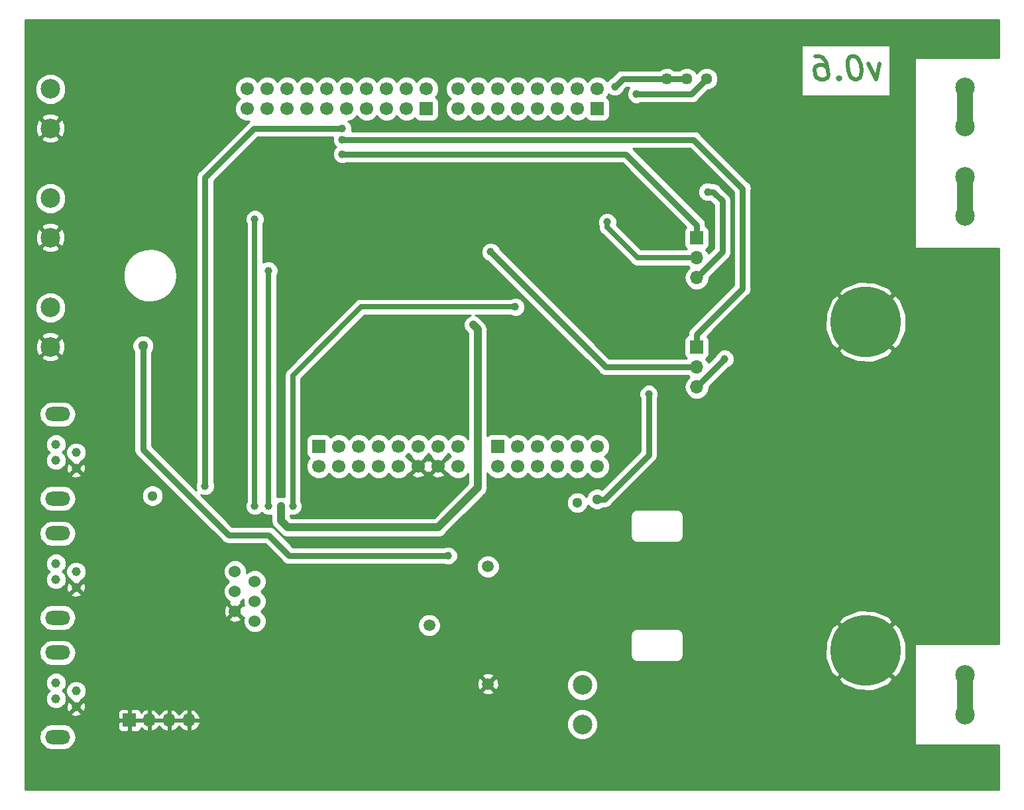
<source format=gbr>
G04 #@! TF.GenerationSoftware,KiCad,Pcbnew,5.0.2-bee76a0~70~ubuntu18.04.1*
G04 #@! TF.CreationDate,2020-03-06T11:48:55-03:00*
G04 #@! TF.ProjectId,lm35racks,6c6d3335-7261-4636-9b73-2e6b69636164,v0.3*
G04 #@! TF.SameCoordinates,Original*
G04 #@! TF.FileFunction,Copper,L2,Bot*
G04 #@! TF.FilePolarity,Positive*
%FSLAX46Y46*%
G04 Gerber Fmt 4.6, Leading zero omitted, Abs format (unit mm)*
G04 Created by KiCad (PCBNEW 5.0.2-bee76a0~70~ubuntu18.04.1) date sex 06 mar 2020 11:48:55 -03*
%MOMM*%
%LPD*%
G01*
G04 APERTURE LIST*
G04 #@! TA.AperFunction,NonConductor*
%ADD10C,0.500000*%
G04 #@! TD*
G04 #@! TA.AperFunction,ComponentPad*
%ADD11C,2.500000*%
G04 #@! TD*
G04 #@! TA.AperFunction,ComponentPad*
%ADD12C,1.160000*%
G04 #@! TD*
G04 #@! TA.AperFunction,ComponentPad*
%ADD13O,3.200000X1.800000*%
G04 #@! TD*
G04 #@! TA.AperFunction,ComponentPad*
%ADD14C,1.524000*%
G04 #@! TD*
G04 #@! TA.AperFunction,ComponentPad*
%ADD15C,9.000000*%
G04 #@! TD*
G04 #@! TA.AperFunction,ComponentPad*
%ADD16C,1.700000*%
G04 #@! TD*
G04 #@! TA.AperFunction,ComponentPad*
%ADD17R,1.700000X1.700000*%
G04 #@! TD*
G04 #@! TA.AperFunction,ComponentPad*
%ADD18C,1.500000*%
G04 #@! TD*
G04 #@! TA.AperFunction,ComponentPad*
%ADD19C,1.440000*%
G04 #@! TD*
G04 #@! TA.AperFunction,ComponentPad*
%ADD20O,1.700000X1.700000*%
G04 #@! TD*
G04 #@! TA.AperFunction,ViaPad*
%ADD21C,1.000000*%
G04 #@! TD*
G04 #@! TA.AperFunction,ViaPad*
%ADD22C,1.300000*%
G04 #@! TD*
G04 #@! TA.AperFunction,Conductor*
%ADD23C,2.000000*%
G04 #@! TD*
G04 #@! TA.AperFunction,Conductor*
%ADD24C,1.000000*%
G04 #@! TD*
G04 #@! TA.AperFunction,Conductor*
%ADD25C,0.800000*%
G04 #@! TD*
G04 #@! TA.AperFunction,Conductor*
%ADD26C,0.700000*%
G04 #@! TD*
G04 #@! TA.AperFunction,Conductor*
%ADD27C,0.254000*%
G04 #@! TD*
G04 APERTURE END LIST*
D10*
X169439732Y-32377142D02*
X168975446Y-34377142D01*
X168011160Y-32377142D01*
X166171875Y-31377142D02*
X165886160Y-31377142D01*
X165618303Y-31520000D01*
X165493303Y-31662857D01*
X165386160Y-31948571D01*
X165314732Y-32520000D01*
X165404017Y-33234285D01*
X165618303Y-33805714D01*
X165796875Y-34091428D01*
X165957589Y-34234285D01*
X166261160Y-34377142D01*
X166546875Y-34377142D01*
X166814732Y-34234285D01*
X166939732Y-34091428D01*
X167046875Y-33805714D01*
X167118303Y-33234285D01*
X167029017Y-32520000D01*
X166814732Y-31948571D01*
X166636160Y-31662857D01*
X166475446Y-31520000D01*
X166171875Y-31377142D01*
X164225446Y-34091428D02*
X164100446Y-34234285D01*
X164261160Y-34377142D01*
X164386160Y-34234285D01*
X164225446Y-34091428D01*
X164261160Y-34377142D01*
X161171875Y-31377142D02*
X161743303Y-31377142D01*
X162046875Y-31520000D01*
X162207589Y-31662857D01*
X162546875Y-32091428D01*
X162761160Y-32662857D01*
X162904017Y-33805714D01*
X162796875Y-34091428D01*
X162671875Y-34234285D01*
X162404017Y-34377142D01*
X161832589Y-34377142D01*
X161529017Y-34234285D01*
X161368303Y-34091428D01*
X161189732Y-33805714D01*
X161100446Y-33091428D01*
X161207589Y-32805714D01*
X161332589Y-32662857D01*
X161600446Y-32520000D01*
X162171875Y-32520000D01*
X162475446Y-32662857D01*
X162636160Y-32805714D01*
X162814732Y-33091428D01*
D11*
G04 #@! TO.P,SW3,2*
G04 #@! TO.N,/GPIO*
X63500000Y-63540000D03*
G04 #@! TO.P,SW3,1*
G04 #@! TO.N,Earth*
X63500000Y-68540000D03*
G04 #@! TD*
D12*
G04 #@! TO.P,J12,2*
G04 #@! TO.N,Net-(J12-Pad2)*
X66760000Y-82040000D03*
G04 #@! TO.P,J12,4*
G04 #@! TO.N,Earth*
X66760000Y-84080000D03*
G04 #@! TO.P,J12,3*
G04 #@! TO.N,Net-(J12-Pad3)*
X64210000Y-83060000D03*
G04 #@! TO.P,J12,1*
G04 #@! TO.N,+5V*
X64210000Y-81020000D03*
D13*
G04 #@! TO.P,J12,8*
G04 #@! TO.N,N/C*
X64410000Y-77170000D03*
G04 #@! TO.P,J12,7*
X64410000Y-87930000D03*
G04 #@! TD*
D11*
G04 #@! TO.P,J8,1*
G04 #@! TO.N,N/C*
X180340000Y-115530000D03*
G04 #@! TO.P,J8,2*
X180340000Y-110530000D03*
G04 #@! TD*
D12*
G04 #@! TO.P,J7,2*
G04 #@! TO.N,/DHT*
X66760000Y-97280000D03*
G04 #@! TO.P,J7,4*
G04 #@! TO.N,Earth*
X66760000Y-99320000D03*
G04 #@! TO.P,J7,3*
G04 #@! TO.N,Net-(J7-Pad3)*
X64210000Y-98300000D03*
G04 #@! TO.P,J7,1*
G04 #@! TO.N,+5V*
X64210000Y-96260000D03*
D13*
G04 #@! TO.P,J7,8*
G04 #@! TO.N,N/C*
X64410000Y-92410000D03*
G04 #@! TO.P,J7,7*
X64410000Y-103170000D03*
G04 #@! TD*
G04 #@! TO.P,J1,7*
G04 #@! TO.N,N/C*
X64410000Y-118410000D03*
G04 #@! TO.P,J1,8*
X64410000Y-107650000D03*
D12*
G04 #@! TO.P,J1,1*
G04 #@! TO.N,+5V*
X64210000Y-111500000D03*
G04 #@! TO.P,J1,3*
G04 #@! TO.N,Net-(J1-Pad3)*
X64210000Y-113540000D03*
G04 #@! TO.P,J1,4*
G04 #@! TO.N,Earth*
X66760000Y-114560000D03*
G04 #@! TO.P,J1,2*
G04 #@! TO.N,Net-(J1-Pad2)*
X66760000Y-112520000D03*
G04 #@! TD*
D11*
G04 #@! TO.P,SW2,1*
G04 #@! TO.N,Earth*
X63500000Y-54570000D03*
G04 #@! TO.P,SW2,2*
G04 #@! TO.N,/PortaTr\00E1s*
X63500000Y-49570000D03*
G04 #@! TD*
G04 #@! TO.P,SW1,1*
G04 #@! TO.N,Earth*
X63500000Y-40600000D03*
G04 #@! TO.P,SW1,2*
G04 #@! TO.N,/PortaFrente*
X63500000Y-35600000D03*
G04 #@! TD*
G04 #@! TO.P,J6,1*
G04 #@! TO.N,Net-(D4-Pad2)*
X131445000Y-111800000D03*
G04 #@! TO.P,J6,2*
G04 #@! TO.N,Net-(D3-Pad2)*
X131445000Y-116800000D03*
G04 #@! TD*
G04 #@! TO.P,J10,1*
G04 #@! TO.N,N/C*
X180340000Y-40360000D03*
G04 #@! TO.P,J10,2*
X180340000Y-35360000D03*
G04 #@! TD*
G04 #@! TO.P,J9,1*
G04 #@! TO.N,N/C*
X180340000Y-51790000D03*
G04 #@! TO.P,J9,2*
X180340000Y-46790000D03*
G04 #@! TD*
D14*
G04 #@! TO.P,J3,2*
G04 #@! TO.N,Earth*
X87068660Y-102354520D03*
G04 #@! TO.P,J3,4*
G04 #@! TO.N,/MISO*
X87068660Y-99814520D03*
G04 #@! TO.P,J3,6*
G04 #@! TO.N,/CS*
X87068660Y-97274520D03*
G04 #@! TO.P,J3,1*
G04 #@! TO.N,+5V*
X89608660Y-103624520D03*
G04 #@! TO.P,J3,5*
G04 #@! TO.N,/CLK*
X89608660Y-98544520D03*
G04 #@! TO.P,J3,3*
G04 #@! TO.N,/MOSI*
X89608660Y-101084520D03*
G04 #@! TD*
D15*
G04 #@! TO.P,TV\002A,2*
G04 #@! TO.N,Earth*
X167640000Y-107360000D03*
G04 #@! TO.P,TV\002A,1*
X167640000Y-65360000D03*
G04 #@! TD*
D16*
G04 #@! TO.P,KL25-1,A4*
G04 #@! TO.N,+3V3*
X100330000Y-83820000D03*
G04 #@! TO.P,KL25-1,C20*
G04 #@! TO.N,Net-(KL25-1-PadC20)*
X88646000Y-35560000D03*
G04 #@! TO.P,KL25-1,C18*
G04 #@! TO.N,Net-(KL25-1-PadC18)*
X91186000Y-35560000D03*
G04 #@! TO.P,KL25-1,C16*
G04 #@! TO.N,Net-(KL25-1-PadC16)*
X93726000Y-35560000D03*
G04 #@! TO.P,KL25-1,C14*
G04 #@! TO.N,Net-(KL25-1-PadC14)*
X96266000Y-35560000D03*
G04 #@! TO.P,KL25-1,C12*
G04 #@! TO.N,Net-(KL25-1-PadC12)*
X98806000Y-35560000D03*
G04 #@! TO.P,KL25-1,C10*
G04 #@! TO.N,Net-(KL25-1-PadC10)*
X101346000Y-35560000D03*
G04 #@! TO.P,KL25-1,C8*
G04 #@! TO.N,/GPIO*
X103886000Y-35560000D03*
G04 #@! TO.P,KL25-1,C6*
G04 #@! TO.N,/PortaTr\00E1s*
X106426000Y-35560000D03*
G04 #@! TO.P,KL25-1,C4*
G04 #@! TO.N,/PortaFrente*
X108966000Y-35560000D03*
G04 #@! TO.P,KL25-1,C2*
G04 #@! TO.N,Net-(KL25-1-PadC2)*
X111506000Y-35560000D03*
G04 #@! TO.P,KL25-1,D16*
G04 #@! TO.N,Net-(KL25-1-PadD16)*
X115570000Y-35560000D03*
G04 #@! TO.P,KL25-1,D14*
G04 #@! TO.N,Net-(KL25-1-PadD14)*
X118110000Y-35560000D03*
G04 #@! TO.P,KL25-1,D12*
G04 #@! TO.N,Net-(KL25-1-PadD12)*
X120650000Y-35560000D03*
G04 #@! TO.P,KL25-1,D10*
G04 #@! TO.N,Net-(KL25-1-PadD10)*
X123190000Y-35560000D03*
G04 #@! TO.P,KL25-1,D8*
G04 #@! TO.N,Net-(KL25-1-PadD8)*
X125730000Y-35560000D03*
G04 #@! TO.P,KL25-1,D6*
G04 #@! TO.N,/CS*
X128270000Y-35560000D03*
G04 #@! TO.P,KL25-1,D4*
G04 #@! TO.N,Net-(KL25-1-PadD4)*
X130810000Y-35560000D03*
G04 #@! TO.P,KL25-1,D2*
G04 #@! TO.N,Net-(KL25-1-PadD2)*
X133350000Y-35560000D03*
G04 #@! TO.P,KL25-1,B12*
G04 #@! TO.N,/CorrenteAnalog*
X133350000Y-83820000D03*
G04 #@! TO.P,KL25-1,B10*
G04 #@! TO.N,/TensaoRede*
X130810000Y-83820000D03*
G04 #@! TO.P,KL25-1,B8*
G04 #@! TO.N,/DHT*
X128270000Y-83820000D03*
G04 #@! TO.P,KL25-1,B6*
G04 #@! TO.N,/GeneralAnalog*
X125730000Y-83820000D03*
G04 #@! TO.P,KL25-1,B4*
G04 #@! TO.N,Net-(KL25-1-PadB4)*
X123190000Y-83820000D03*
G04 #@! TO.P,KL25-1,B2*
G04 #@! TO.N,/TempLM35*
X120650000Y-83820000D03*
G04 #@! TO.P,KL25-1,A16*
G04 #@! TO.N,+5V*
X115570000Y-83820000D03*
G04 #@! TO.P,KL25-1,A14*
G04 #@! TO.N,Earth*
X113030000Y-83820000D03*
G04 #@! TO.P,KL25-1,A12*
X110490000Y-83820000D03*
G04 #@! TO.P,KL25-1,A10*
G04 #@! TO.N,Net-(KL25-1-PadA10)*
X107950000Y-83820000D03*
G04 #@! TO.P,KL25-1,A8*
G04 #@! TO.N,Net-(KL25-1-PadA8)*
X105410000Y-83820000D03*
G04 #@! TO.P,KL25-1,A6*
G04 #@! TO.N,/RESET*
X102870000Y-83820000D03*
G04 #@! TO.P,KL25-1,A2*
G04 #@! TO.N,Net-(KL25-1-PadA2)*
X97790000Y-83820000D03*
G04 #@! TO.P,KL25-1,C19*
G04 #@! TO.N,/MinCorrente*
X88646000Y-38100000D03*
G04 #@! TO.P,KL25-1,C17*
G04 #@! TO.N,/MaxCorrente*
X91186000Y-38100000D03*
G04 #@! TO.P,KL25-1,C15*
G04 #@! TO.N,Net-(KL25-1-PadC15)*
X93726000Y-38100000D03*
G04 #@! TO.P,KL25-1,C13*
G04 #@! TO.N,Net-(KL25-1-PadC13)*
X96266000Y-38100000D03*
G04 #@! TO.P,KL25-1,C11*
G04 #@! TO.N,Net-(KL25-1-PadC11)*
X98806000Y-38100000D03*
G04 #@! TO.P,KL25-1,C9*
G04 #@! TO.N,Net-(KL25-1-PadC9)*
X101346000Y-38100000D03*
G04 #@! TO.P,KL25-1,C7*
G04 #@! TO.N,Net-(KL25-1-PadC7)*
X103886000Y-38100000D03*
G04 #@! TO.P,KL25-1,C5*
G04 #@! TO.N,Net-(KL25-1-PadC5)*
X106426000Y-38100000D03*
G04 #@! TO.P,KL25-1,C3*
G04 #@! TO.N,Net-(KL25-1-PadC3)*
X108966000Y-38100000D03*
D17*
G04 #@! TO.P,KL25-1,C1*
G04 #@! TO.N,Net-(KL25-1-PadC1)*
X111506000Y-38100000D03*
D16*
G04 #@! TO.P,KL25-1,D15*
G04 #@! TO.N,Net-(KL25-1-PadD15)*
X115570000Y-38100000D03*
G04 #@! TO.P,KL25-1,D13*
G04 #@! TO.N,Net-(KL25-1-PadD13)*
X118110000Y-38100000D03*
G04 #@! TO.P,KL25-1,D11*
G04 #@! TO.N,/MISO*
X120650000Y-38100000D03*
G04 #@! TO.P,KL25-1,D9*
G04 #@! TO.N,/CLK*
X123190000Y-38100000D03*
G04 #@! TO.P,KL25-1,D7*
G04 #@! TO.N,/CS*
X125730000Y-38100000D03*
G04 #@! TO.P,KL25-1,D5*
G04 #@! TO.N,Net-(KL25-1-PadD5)*
X128270000Y-38100000D03*
G04 #@! TO.P,KL25-1,D3*
G04 #@! TO.N,Net-(KL25-1-PadD3)*
X130810000Y-38100000D03*
D17*
G04 #@! TO.P,KL25-1,D1*
G04 #@! TO.N,/MOSI*
X133350000Y-38100000D03*
G04 #@! TO.P,KL25-1,A1*
G04 #@! TO.N,/RCONTROL*
X97790000Y-81280000D03*
D16*
G04 #@! TO.P,KL25-1,A3*
G04 #@! TO.N,Net-(KL25-1-PadA3)*
X100330000Y-81280000D03*
G04 #@! TO.P,KL25-1,A5*
G04 #@! TO.N,Net-(KL25-1-PadA5)*
X102870000Y-81280000D03*
G04 #@! TO.P,KL25-1,A7*
G04 #@! TO.N,Net-(KL25-1-PadA7)*
X105410000Y-81280000D03*
G04 #@! TO.P,KL25-1,A9*
G04 #@! TO.N,Net-(KL25-1-PadA9)*
X107950000Y-81280000D03*
G04 #@! TO.P,KL25-1,A11*
G04 #@! TO.N,Net-(KL25-1-PadA11)*
X110490000Y-81280000D03*
G04 #@! TO.P,KL25-1,A13*
G04 #@! TO.N,Net-(KL25-1-PadA13)*
X113030000Y-81280000D03*
G04 #@! TO.P,KL25-1,A15*
G04 #@! TO.N,Net-(KL25-1-PadA15)*
X115570000Y-81280000D03*
D17*
G04 #@! TO.P,KL25-1,B1*
G04 #@! TO.N,Net-(KL25-1-PadB1)*
X120650000Y-81280000D03*
D16*
G04 #@! TO.P,KL25-1,B3*
G04 #@! TO.N,Net-(KL25-1-PadB3)*
X123190000Y-81280000D03*
G04 #@! TO.P,KL25-1,B5*
G04 #@! TO.N,Net-(KL25-1-PadB5)*
X125730000Y-81280000D03*
G04 #@! TO.P,KL25-1,B7*
G04 #@! TO.N,Net-(KL25-1-PadB7)*
X128270000Y-81280000D03*
G04 #@! TO.P,KL25-1,B9*
G04 #@! TO.N,Net-(KL25-1-PadB9)*
X130810000Y-81280000D03*
G04 #@! TO.P,KL25-1,B11*
G04 #@! TO.N,Net-(KL25-1-PadB11)*
X133350000Y-81280000D03*
G04 #@! TD*
D18*
G04 #@! TO.P,T1,2*
G04 #@! TO.N,Net-(T1-Pad2)*
X111880000Y-104140000D03*
G04 #@! TO.P,T1,3*
G04 #@! TO.N,Net-(R14-Pad2)*
X119380000Y-96640000D03*
G04 #@! TO.P,T1,1*
G04 #@! TO.N,Earth*
X119380000Y-111640000D03*
G04 #@! TD*
D19*
G04 #@! TO.P,RV1,1*
G04 #@! TO.N,Net-(R24-Pad1)*
X142240000Y-34290000D03*
G04 #@! TO.P,RV1,2*
X144780000Y-34290000D03*
G04 #@! TO.P,RV1,3*
G04 #@! TO.N,Net-(R10-Pad1)*
X147320000Y-34290000D03*
G04 #@! TD*
D17*
G04 #@! TO.P,J5,1*
G04 #@! TO.N,/MinCorrente*
X146050000Y-54610000D03*
D20*
G04 #@! TO.P,J5,2*
G04 #@! TO.N,/CorrenteMin*
X146050000Y-57150000D03*
G04 #@! TO.P,J5,3*
G04 #@! TO.N,Net-(D9-Pad2)*
X146050000Y-59690000D03*
G04 #@! TD*
D17*
G04 #@! TO.P,J4,1*
G04 #@! TO.N,/MaxCorrente*
X146050000Y-68580000D03*
D20*
G04 #@! TO.P,J4,2*
G04 #@! TO.N,/CorrenteMax*
X146050000Y-71120000D03*
G04 #@! TO.P,J4,3*
G04 #@! TO.N,Net-(D8-Pad2)*
X146050000Y-73660000D03*
G04 #@! TD*
G04 #@! TO.P,REF\002A\002A,4*
G04 #@! TO.N,Earth*
X81210000Y-116280000D03*
G04 #@! TO.P,REF\002A\002A,3*
X78670000Y-116280000D03*
G04 #@! TO.P,REF\002A\002A,2*
X76130000Y-116280000D03*
D17*
G04 #@! TO.P,REF\002A\002A,1*
X73590000Y-116280000D03*
G04 #@! TD*
D21*
G04 #@! TO.N,+5V*
X92920000Y-88900000D03*
X117500000Y-65730000D03*
G04 #@! TO.N,Earth*
X114300000Y-59690000D03*
X128480000Y-103790000D03*
X132170000Y-47160000D03*
X125730000Y-78220000D03*
X100050000Y-111270000D03*
X107290000Y-97180000D03*
X96120000Y-77170000D03*
X119940000Y-59720000D03*
D22*
G04 #@! TO.N,/TensaoRede*
X130820000Y-88480000D03*
D21*
G04 #@! TO.N,/CorrenteAnalog*
X139930000Y-74580000D03*
D22*
X133350000Y-88020000D03*
D21*
G04 #@! TO.N,/MOSI*
X91350000Y-88900000D03*
X91350000Y-58810000D03*
G04 #@! TO.N,/CLK*
X89608660Y-88900000D03*
X89608660Y-52238660D03*
G04 #@! TO.N,/MISO*
X83250000Y-86360000D03*
X100780000Y-40650000D03*
G04 #@! TO.N,/CorrenteMax*
X119730000Y-56420000D03*
G04 #@! TO.N,/CorrenteMin*
X134620000Y-52590000D03*
G04 #@! TO.N,Net-(R10-Pad1)*
X138340000Y-36240000D03*
G04 #@! TO.N,Net-(D8-Pad2)*
X149620000Y-70090000D03*
G04 #@! TO.N,Net-(D9-Pad2)*
X147453372Y-48726628D03*
G04 #@! TO.N,/MaxCorrente*
X100780000Y-42080000D03*
G04 #@! TO.N,/MinCorrente*
X100780000Y-43910000D03*
G04 #@! TO.N,Net-(J1-Pad2)*
X94450000Y-88900000D03*
X122880000Y-63450000D03*
G04 #@! TO.N,Net-(R24-Pad1)*
X135600000Y-35300000D03*
D22*
G04 #@! TO.N,Net-(J12-Pad2)*
X76520000Y-87590000D03*
G04 #@! TO.N,/GeneralAnalog*
X75320000Y-68420000D03*
D21*
X114300000Y-95250000D03*
G04 #@! TD*
D23*
G04 #@! TO.N,*
X180340000Y-35360000D02*
X180340000Y-40360000D01*
X180340000Y-46790000D02*
X180340000Y-51790000D01*
X180340000Y-115570000D02*
X180340000Y-110570000D01*
D24*
G04 #@! TO.N,+5V*
X92920000Y-88900000D02*
X92920000Y-90730000D01*
X92920000Y-90730000D02*
X93810000Y-91620000D01*
X93810000Y-91620000D02*
X110990000Y-91620000D01*
X118080000Y-66310000D02*
X117500000Y-65730000D01*
X118080000Y-86550000D02*
X118080000Y-66310000D01*
X110990000Y-91620000D02*
X113010000Y-91620000D01*
X113010000Y-91620000D02*
X118080000Y-86550000D01*
D25*
G04 #@! TO.N,/CorrenteAnalog*
X139930000Y-82359238D02*
X139930000Y-75287106D01*
X139930000Y-75287106D02*
X139930000Y-74580000D01*
X134269238Y-88020000D02*
X139930000Y-82359238D01*
X133350000Y-88020000D02*
X134269238Y-88020000D01*
D26*
G04 #@! TO.N,/MOSI*
X91350000Y-88900000D02*
X91350000Y-58810000D01*
G04 #@! TO.N,/CLK*
X89608660Y-88900000D02*
X89608660Y-52238660D01*
X89608660Y-52238660D02*
X89608660Y-52238660D01*
D25*
G04 #@! TO.N,/MISO*
X83250000Y-86360000D02*
X83250000Y-64930000D01*
X83250000Y-64930000D02*
X83250000Y-46900000D01*
X89500000Y-40650000D02*
X100780000Y-40650000D01*
X83250000Y-46900000D02*
X89500000Y-40650000D01*
G04 #@! TO.N,/CorrenteMax*
X134430000Y-71120000D02*
X146050000Y-71120000D01*
X119730000Y-56420000D02*
X134430000Y-71120000D01*
D26*
G04 #@! TO.N,/CorrenteMin*
X144847919Y-57150000D02*
X146050000Y-57150000D01*
X138472894Y-57150000D02*
X144847919Y-57150000D01*
X134620000Y-53297106D02*
X138472894Y-57150000D01*
X134620000Y-52590000D02*
X134620000Y-53297106D01*
D25*
G04 #@! TO.N,Net-(R10-Pad1)*
X145370000Y-36240000D02*
X147320000Y-34290000D01*
X138340000Y-36240000D02*
X145370000Y-36240000D01*
G04 #@! TO.N,Net-(D8-Pad2)*
X149620000Y-70090000D02*
X146050000Y-73660000D01*
G04 #@! TO.N,Net-(D9-Pad2)*
X148160478Y-48726628D02*
X149330000Y-49896150D01*
X147453372Y-48726628D02*
X148160478Y-48726628D01*
X149330000Y-56410000D02*
X146050000Y-59690000D01*
X149330000Y-49896150D02*
X149330000Y-56410000D01*
G04 #@! TO.N,/MaxCorrente*
X100780000Y-42080000D02*
X145650000Y-42080000D01*
X145650000Y-42080000D02*
X151880000Y-48310000D01*
X151880000Y-48310000D02*
X151880000Y-61100000D01*
X146050000Y-66930000D02*
X151880000Y-61100000D01*
X146050000Y-68580000D02*
X146050000Y-66930000D01*
G04 #@! TO.N,/MinCorrente*
X101487106Y-43910000D02*
X100780000Y-43910000D01*
X137000000Y-43910000D02*
X101487106Y-43910000D01*
X146050000Y-52960000D02*
X137000000Y-43910000D01*
X146050000Y-54610000D02*
X146050000Y-52960000D01*
D26*
G04 #@! TO.N,Net-(J1-Pad2)*
X94450000Y-88900000D02*
X94450000Y-72210000D01*
X122880000Y-63450000D02*
X103210000Y-63450000D01*
X103210000Y-63450000D02*
X103060000Y-63600000D01*
X94450000Y-72210000D02*
X103060000Y-63600000D01*
D25*
G04 #@! TO.N,Net-(R24-Pad1)*
X144780000Y-34290000D02*
X136610000Y-34290000D01*
X136610000Y-34290000D02*
X135600000Y-35300000D01*
G04 #@! TO.N,/GeneralAnalog*
X75320000Y-77850000D02*
X75320000Y-68420000D01*
X75320000Y-81670000D02*
X75320000Y-77850000D01*
X86260000Y-92610000D02*
X75320000Y-81670000D01*
X91360000Y-92610000D02*
X86260000Y-92610000D01*
X114300000Y-95250000D02*
X94000000Y-95250000D01*
X94000000Y-95250000D02*
X91360000Y-92610000D01*
G04 #@! TD*
D27*
G04 #@! TO.N,Earth*
G36*
X184673000Y-31623000D02*
X173990000Y-31623000D01*
X173941399Y-31632667D01*
X173900197Y-31660197D01*
X173872667Y-31701399D01*
X173863000Y-31750000D01*
X173863000Y-55880000D01*
X173872667Y-55928601D01*
X173900197Y-55969803D01*
X173941399Y-55997333D01*
X173990000Y-56007000D01*
X184673000Y-56007000D01*
X184673001Y-106553000D01*
X173990000Y-106553000D01*
X173941399Y-106562667D01*
X173900197Y-106590197D01*
X173872667Y-106631399D01*
X173863000Y-106680000D01*
X173863000Y-119380000D01*
X173872667Y-119428601D01*
X173900197Y-119469803D01*
X173941399Y-119497333D01*
X173990000Y-119507000D01*
X184673001Y-119507000D01*
X184673001Y-125168840D01*
X60299240Y-125168840D01*
X60299240Y-118410000D01*
X62051126Y-118410000D01*
X62177400Y-119044824D01*
X62536999Y-119583001D01*
X63075176Y-119942600D01*
X63549758Y-120037000D01*
X65270242Y-120037000D01*
X65744824Y-119942600D01*
X66283001Y-119583001D01*
X66642600Y-119044824D01*
X66768874Y-118410000D01*
X66642600Y-117775176D01*
X66283001Y-117236999D01*
X65744824Y-116877400D01*
X65270242Y-116783000D01*
X63549758Y-116783000D01*
X63075176Y-116877400D01*
X62536999Y-117236999D01*
X62177400Y-117775176D01*
X62051126Y-118410000D01*
X60299240Y-118410000D01*
X60299240Y-116565750D01*
X72105000Y-116565750D01*
X72105000Y-117256309D01*
X72201673Y-117489698D01*
X72380301Y-117668327D01*
X72613690Y-117765000D01*
X73304250Y-117765000D01*
X73463000Y-117606250D01*
X73463000Y-116407000D01*
X73717000Y-116407000D01*
X73717000Y-117606250D01*
X73875750Y-117765000D01*
X74566310Y-117765000D01*
X74799699Y-117668327D01*
X74978327Y-117489698D01*
X75065136Y-117280122D01*
X75363076Y-117551645D01*
X75773110Y-117721476D01*
X76003000Y-117600155D01*
X76003000Y-116407000D01*
X76257000Y-116407000D01*
X76257000Y-117600155D01*
X76486890Y-117721476D01*
X76896924Y-117551645D01*
X77325183Y-117161358D01*
X77400000Y-117002046D01*
X77474817Y-117161358D01*
X77903076Y-117551645D01*
X78313110Y-117721476D01*
X78543000Y-117600155D01*
X78543000Y-116407000D01*
X78797000Y-116407000D01*
X78797000Y-117600155D01*
X79026890Y-117721476D01*
X79436924Y-117551645D01*
X79865183Y-117161358D01*
X79940000Y-117002046D01*
X80014817Y-117161358D01*
X80443076Y-117551645D01*
X80853110Y-117721476D01*
X81083000Y-117600155D01*
X81083000Y-116407000D01*
X81337000Y-116407000D01*
X81337000Y-117600155D01*
X81566890Y-117721476D01*
X81976924Y-117551645D01*
X82405183Y-117161358D01*
X82651486Y-116636892D01*
X82530819Y-116407000D01*
X81337000Y-116407000D01*
X81083000Y-116407000D01*
X78797000Y-116407000D01*
X78543000Y-116407000D01*
X76257000Y-116407000D01*
X76003000Y-116407000D01*
X73717000Y-116407000D01*
X73463000Y-116407000D01*
X72263750Y-116407000D01*
X72105000Y-116565750D01*
X60299240Y-116565750D01*
X60299240Y-116406750D01*
X129468000Y-116406750D01*
X129468000Y-117193250D01*
X129768980Y-117919881D01*
X130325119Y-118476020D01*
X131051750Y-118777000D01*
X131838250Y-118777000D01*
X132564881Y-118476020D01*
X133121020Y-117919881D01*
X133422000Y-117193250D01*
X133422000Y-116406750D01*
X133121020Y-115680119D01*
X132564881Y-115123980D01*
X131838250Y-114823000D01*
X131051750Y-114823000D01*
X130325119Y-115123980D01*
X129768980Y-115680119D01*
X129468000Y-116406750D01*
X60299240Y-116406750D01*
X60299240Y-115408217D01*
X66091388Y-115408217D01*
X66138432Y-115631581D01*
X66595823Y-115787875D01*
X67078207Y-115757237D01*
X67381568Y-115631581D01*
X67428612Y-115408217D01*
X67324086Y-115303691D01*
X72105000Y-115303691D01*
X72105000Y-115994250D01*
X72263750Y-116153000D01*
X73463000Y-116153000D01*
X73463000Y-114953750D01*
X73717000Y-114953750D01*
X73717000Y-116153000D01*
X76003000Y-116153000D01*
X76003000Y-114959845D01*
X76257000Y-114959845D01*
X76257000Y-116153000D01*
X78543000Y-116153000D01*
X78543000Y-114959845D01*
X78797000Y-114959845D01*
X78797000Y-116153000D01*
X81083000Y-116153000D01*
X81083000Y-114959845D01*
X81337000Y-114959845D01*
X81337000Y-116153000D01*
X82530819Y-116153000D01*
X82651486Y-115923108D01*
X82405183Y-115398642D01*
X81976924Y-115008355D01*
X81566890Y-114838524D01*
X81337000Y-114959845D01*
X81083000Y-114959845D01*
X80853110Y-114838524D01*
X80443076Y-115008355D01*
X80014817Y-115398642D01*
X79940000Y-115557954D01*
X79865183Y-115398642D01*
X79436924Y-115008355D01*
X79026890Y-114838524D01*
X78797000Y-114959845D01*
X78543000Y-114959845D01*
X78313110Y-114838524D01*
X77903076Y-115008355D01*
X77474817Y-115398642D01*
X77400000Y-115557954D01*
X77325183Y-115398642D01*
X76896924Y-115008355D01*
X76486890Y-114838524D01*
X76257000Y-114959845D01*
X76003000Y-114959845D01*
X75773110Y-114838524D01*
X75363076Y-115008355D01*
X75065136Y-115279878D01*
X74978327Y-115070302D01*
X74799699Y-114891673D01*
X74566310Y-114795000D01*
X73875750Y-114795000D01*
X73717000Y-114953750D01*
X73463000Y-114953750D01*
X73304250Y-114795000D01*
X72613690Y-114795000D01*
X72380301Y-114891673D01*
X72201673Y-115070302D01*
X72105000Y-115303691D01*
X67324086Y-115303691D01*
X66760000Y-114739605D01*
X66091388Y-115408217D01*
X60299240Y-115408217D01*
X60299240Y-111240021D01*
X62903000Y-111240021D01*
X62903000Y-111759979D01*
X63101979Y-112240356D01*
X63381623Y-112520000D01*
X63101979Y-112799644D01*
X62903000Y-113280021D01*
X62903000Y-113799979D01*
X63101979Y-114280356D01*
X63469644Y-114648021D01*
X63950021Y-114847000D01*
X64469979Y-114847000D01*
X64950356Y-114648021D01*
X65202554Y-114395823D01*
X65532125Y-114395823D01*
X65562763Y-114878207D01*
X65688419Y-115181568D01*
X65911783Y-115228612D01*
X66580395Y-114560000D01*
X66939605Y-114560000D01*
X67608217Y-115228612D01*
X67831581Y-115181568D01*
X67987875Y-114724177D01*
X67957237Y-114241793D01*
X67831581Y-113938432D01*
X67608217Y-113891388D01*
X66939605Y-114560000D01*
X66580395Y-114560000D01*
X65911783Y-113891388D01*
X65688419Y-113938432D01*
X65532125Y-114395823D01*
X65202554Y-114395823D01*
X65318021Y-114280356D01*
X65517000Y-113799979D01*
X65517000Y-113280021D01*
X65318021Y-112799644D01*
X65038377Y-112520000D01*
X65298356Y-112260021D01*
X65453000Y-112260021D01*
X65453000Y-112779979D01*
X65651979Y-113260356D01*
X66019644Y-113628021D01*
X66101857Y-113662075D01*
X66091388Y-113711783D01*
X66760000Y-114380395D01*
X67428612Y-113711783D01*
X67418143Y-113662075D01*
X67500356Y-113628021D01*
X67868021Y-113260356D01*
X68067000Y-112779979D01*
X68067000Y-112611517D01*
X118588088Y-112611517D01*
X118656077Y-112852460D01*
X119175171Y-113037201D01*
X119725448Y-113009230D01*
X120103923Y-112852460D01*
X120171912Y-112611517D01*
X119380000Y-111819605D01*
X118588088Y-112611517D01*
X68067000Y-112611517D01*
X68067000Y-112260021D01*
X67868021Y-111779644D01*
X67523548Y-111435171D01*
X117982799Y-111435171D01*
X118010770Y-111985448D01*
X118167540Y-112363923D01*
X118408483Y-112431912D01*
X119200395Y-111640000D01*
X119559605Y-111640000D01*
X120351517Y-112431912D01*
X120592460Y-112363923D01*
X120777201Y-111844829D01*
X120754934Y-111406750D01*
X129468000Y-111406750D01*
X129468000Y-112193250D01*
X129768980Y-112919881D01*
X130325119Y-113476020D01*
X131051750Y-113777000D01*
X131838250Y-113777000D01*
X132564881Y-113476020D01*
X133121020Y-112919881D01*
X133422000Y-112193250D01*
X133422000Y-111406750D01*
X133269489Y-111038555D01*
X164141050Y-111038555D01*
X164666242Y-111669092D01*
X166541623Y-112479090D01*
X168584223Y-112509753D01*
X170483073Y-111756413D01*
X170613758Y-111669092D01*
X171138950Y-111038555D01*
X167640000Y-107539605D01*
X164141050Y-111038555D01*
X133269489Y-111038555D01*
X133121020Y-110680119D01*
X132564881Y-110123980D01*
X131838250Y-109823000D01*
X131051750Y-109823000D01*
X130325119Y-110123980D01*
X129768980Y-110680119D01*
X129468000Y-111406750D01*
X120754934Y-111406750D01*
X120749230Y-111294552D01*
X120592460Y-110916077D01*
X120351517Y-110848088D01*
X119559605Y-111640000D01*
X119200395Y-111640000D01*
X118408483Y-110848088D01*
X118167540Y-110916077D01*
X117982799Y-111435171D01*
X67523548Y-111435171D01*
X67500356Y-111411979D01*
X67019979Y-111213000D01*
X66500021Y-111213000D01*
X66019644Y-111411979D01*
X65651979Y-111779644D01*
X65453000Y-112260021D01*
X65298356Y-112260021D01*
X65318021Y-112240356D01*
X65517000Y-111759979D01*
X65517000Y-111240021D01*
X65318021Y-110759644D01*
X65226860Y-110668483D01*
X118588088Y-110668483D01*
X119380000Y-111460395D01*
X120171912Y-110668483D01*
X120103923Y-110427540D01*
X119584829Y-110242799D01*
X119034552Y-110270770D01*
X118656077Y-110427540D01*
X118588088Y-110668483D01*
X65226860Y-110668483D01*
X64950356Y-110391979D01*
X64469979Y-110193000D01*
X63950021Y-110193000D01*
X63469644Y-110391979D01*
X63101979Y-110759644D01*
X62903000Y-111240021D01*
X60299240Y-111240021D01*
X60299240Y-107650000D01*
X62051126Y-107650000D01*
X62177400Y-108284824D01*
X62536999Y-108823001D01*
X63075176Y-109182600D01*
X63549758Y-109277000D01*
X65270242Y-109277000D01*
X65744824Y-109182600D01*
X66283001Y-108823001D01*
X66642600Y-108284824D01*
X66768874Y-107650000D01*
X66642600Y-107015176D01*
X66283001Y-106476999D01*
X65744824Y-106117400D01*
X65270242Y-106023000D01*
X63549758Y-106023000D01*
X63075176Y-106117400D01*
X62536999Y-106476999D01*
X62177400Y-107015176D01*
X62051126Y-107650000D01*
X60299240Y-107650000D01*
X60299240Y-103170000D01*
X62051126Y-103170000D01*
X62177400Y-103804824D01*
X62536999Y-104343001D01*
X63075176Y-104702600D01*
X63549758Y-104797000D01*
X65270242Y-104797000D01*
X65744824Y-104702600D01*
X66283001Y-104343001D01*
X66642600Y-103804824D01*
X66736106Y-103334733D01*
X86268052Y-103334733D01*
X86337517Y-103576917D01*
X86860962Y-103763664D01*
X87416028Y-103735882D01*
X87799803Y-103576917D01*
X87869268Y-103334733D01*
X87068660Y-102534125D01*
X86268052Y-103334733D01*
X66736106Y-103334733D01*
X66768874Y-103170000D01*
X66642600Y-102535176D01*
X66383110Y-102146822D01*
X85659516Y-102146822D01*
X85687298Y-102701888D01*
X85846263Y-103085663D01*
X86088447Y-103155128D01*
X86889055Y-102354520D01*
X86088447Y-101553912D01*
X85846263Y-101623377D01*
X85659516Y-102146822D01*
X66383110Y-102146822D01*
X66283001Y-101996999D01*
X65744824Y-101637400D01*
X65270242Y-101543000D01*
X63549758Y-101543000D01*
X63075176Y-101637400D01*
X62536999Y-101996999D01*
X62177400Y-102535176D01*
X62051126Y-103170000D01*
X60299240Y-103170000D01*
X60299240Y-100168217D01*
X66091388Y-100168217D01*
X66138432Y-100391581D01*
X66595823Y-100547875D01*
X67078207Y-100517237D01*
X67381568Y-100391581D01*
X67428612Y-100168217D01*
X66760000Y-99499605D01*
X66091388Y-100168217D01*
X60299240Y-100168217D01*
X60299240Y-96000021D01*
X62903000Y-96000021D01*
X62903000Y-96519979D01*
X63101979Y-97000356D01*
X63381623Y-97280000D01*
X63101979Y-97559644D01*
X62903000Y-98040021D01*
X62903000Y-98559979D01*
X63101979Y-99040356D01*
X63469644Y-99408021D01*
X63950021Y-99607000D01*
X64469979Y-99607000D01*
X64950356Y-99408021D01*
X65202554Y-99155823D01*
X65532125Y-99155823D01*
X65562763Y-99638207D01*
X65688419Y-99941568D01*
X65911783Y-99988612D01*
X66580395Y-99320000D01*
X66939605Y-99320000D01*
X67608217Y-99988612D01*
X67831581Y-99941568D01*
X67987875Y-99484177D01*
X67957237Y-99001793D01*
X67831581Y-98698432D01*
X67608217Y-98651388D01*
X66939605Y-99320000D01*
X66580395Y-99320000D01*
X65911783Y-98651388D01*
X65688419Y-98698432D01*
X65532125Y-99155823D01*
X65202554Y-99155823D01*
X65318021Y-99040356D01*
X65517000Y-98559979D01*
X65517000Y-98040021D01*
X65318021Y-97559644D01*
X65038377Y-97280000D01*
X65298356Y-97020021D01*
X65453000Y-97020021D01*
X65453000Y-97539979D01*
X65651979Y-98020356D01*
X66019644Y-98388021D01*
X66101857Y-98422075D01*
X66091388Y-98471783D01*
X66760000Y-99140395D01*
X67428612Y-98471783D01*
X67418143Y-98422075D01*
X67500356Y-98388021D01*
X67868021Y-98020356D01*
X68067000Y-97539979D01*
X68067000Y-97020021D01*
X68049736Y-96978340D01*
X85579660Y-96978340D01*
X85579660Y-97570700D01*
X85806347Y-98117971D01*
X86225209Y-98536833D01*
X86243767Y-98544520D01*
X86225209Y-98552207D01*
X85806347Y-98971069D01*
X85579660Y-99518340D01*
X85579660Y-100110700D01*
X85806347Y-100657971D01*
X86225209Y-101076833D01*
X86348104Y-101127738D01*
X86337517Y-101132123D01*
X86268052Y-101374307D01*
X87068660Y-102174915D01*
X87869268Y-101374307D01*
X87799803Y-101132123D01*
X87788427Y-101128065D01*
X87912111Y-101076833D01*
X88119660Y-100869284D01*
X88119660Y-101380700D01*
X88210624Y-101600307D01*
X88048873Y-101553912D01*
X87248265Y-102354520D01*
X88048873Y-103155128D01*
X88210624Y-103108733D01*
X88119660Y-103328340D01*
X88119660Y-103920700D01*
X88346347Y-104467971D01*
X88765209Y-104886833D01*
X89312480Y-105113520D01*
X89904840Y-105113520D01*
X90452111Y-104886833D01*
X90870973Y-104467971D01*
X91097660Y-103920700D01*
X91097660Y-103846206D01*
X110403000Y-103846206D01*
X110403000Y-104433794D01*
X110627860Y-104976653D01*
X111043347Y-105392140D01*
X111586206Y-105617000D01*
X112173794Y-105617000D01*
X112673535Y-105410000D01*
X137586799Y-105410000D01*
X137603000Y-105491448D01*
X137603001Y-107868548D01*
X137586799Y-107950000D01*
X137650984Y-108272679D01*
X137833767Y-108546233D01*
X138107321Y-108729016D01*
X138348552Y-108777000D01*
X138348553Y-108777000D01*
X138430000Y-108793201D01*
X138511448Y-108777000D01*
X143428552Y-108777000D01*
X143510000Y-108793201D01*
X143591447Y-108777000D01*
X143591448Y-108777000D01*
X143832679Y-108729016D01*
X144106233Y-108546233D01*
X144267938Y-108304223D01*
X162490247Y-108304223D01*
X163243587Y-110203073D01*
X163330908Y-110333758D01*
X163961445Y-110858950D01*
X167460395Y-107360000D01*
X167819605Y-107360000D01*
X171318555Y-110858950D01*
X171949092Y-110333758D01*
X172759090Y-108458377D01*
X172789753Y-106415777D01*
X172036413Y-104516927D01*
X171949092Y-104386242D01*
X171318555Y-103861050D01*
X167819605Y-107360000D01*
X167460395Y-107360000D01*
X163961445Y-103861050D01*
X163330908Y-104386242D01*
X162520910Y-106261623D01*
X162490247Y-108304223D01*
X144267938Y-108304223D01*
X144289016Y-108272679D01*
X144353201Y-107950000D01*
X144337000Y-107868552D01*
X144337000Y-105491448D01*
X144353201Y-105410000D01*
X144289016Y-105087321D01*
X144106233Y-104813767D01*
X143832679Y-104630984D01*
X143591448Y-104583000D01*
X143510000Y-104566799D01*
X143428553Y-104583000D01*
X138511447Y-104583000D01*
X138430000Y-104566799D01*
X138348552Y-104583000D01*
X138107321Y-104630984D01*
X137833767Y-104813767D01*
X137650984Y-105087321D01*
X137586799Y-105410000D01*
X112673535Y-105410000D01*
X112716653Y-105392140D01*
X113132140Y-104976653D01*
X113357000Y-104433794D01*
X113357000Y-103846206D01*
X113288754Y-103681445D01*
X164141050Y-103681445D01*
X167640000Y-107180395D01*
X171138950Y-103681445D01*
X170613758Y-103050908D01*
X168738377Y-102240910D01*
X166695777Y-102210247D01*
X164796927Y-102963587D01*
X164666242Y-103050908D01*
X164141050Y-103681445D01*
X113288754Y-103681445D01*
X113132140Y-103303347D01*
X112716653Y-102887860D01*
X112173794Y-102663000D01*
X111586206Y-102663000D01*
X111043347Y-102887860D01*
X110627860Y-103303347D01*
X110403000Y-103846206D01*
X91097660Y-103846206D01*
X91097660Y-103328340D01*
X90870973Y-102781069D01*
X90452111Y-102362207D01*
X90433553Y-102354520D01*
X90452111Y-102346833D01*
X90870973Y-101927971D01*
X91097660Y-101380700D01*
X91097660Y-100788340D01*
X90870973Y-100241069D01*
X90452111Y-99822207D01*
X90433553Y-99814520D01*
X90452111Y-99806833D01*
X90870973Y-99387971D01*
X91097660Y-98840700D01*
X91097660Y-98248340D01*
X90870973Y-97701069D01*
X90452111Y-97282207D01*
X89904840Y-97055520D01*
X89312480Y-97055520D01*
X88765209Y-97282207D01*
X88557660Y-97489756D01*
X88557660Y-96978340D01*
X88330973Y-96431069D01*
X87912111Y-96012207D01*
X87364840Y-95785520D01*
X86772480Y-95785520D01*
X86225209Y-96012207D01*
X85806347Y-96431069D01*
X85579660Y-96978340D01*
X68049736Y-96978340D01*
X67868021Y-96539644D01*
X67500356Y-96171979D01*
X67019979Y-95973000D01*
X66500021Y-95973000D01*
X66019644Y-96171979D01*
X65651979Y-96539644D01*
X65453000Y-97020021D01*
X65298356Y-97020021D01*
X65318021Y-97000356D01*
X65517000Y-96519979D01*
X65517000Y-96000021D01*
X65318021Y-95519644D01*
X64950356Y-95151979D01*
X64469979Y-94953000D01*
X63950021Y-94953000D01*
X63469644Y-95151979D01*
X63101979Y-95519644D01*
X62903000Y-96000021D01*
X60299240Y-96000021D01*
X60299240Y-92410000D01*
X62051126Y-92410000D01*
X62177400Y-93044824D01*
X62536999Y-93583001D01*
X63075176Y-93942600D01*
X63549758Y-94037000D01*
X65270242Y-94037000D01*
X65744824Y-93942600D01*
X66283001Y-93583001D01*
X66642600Y-93044824D01*
X66768874Y-92410000D01*
X66642600Y-91775176D01*
X66283001Y-91236999D01*
X65744824Y-90877400D01*
X65270242Y-90783000D01*
X63549758Y-90783000D01*
X63075176Y-90877400D01*
X62536999Y-91236999D01*
X62177400Y-91775176D01*
X62051126Y-92410000D01*
X60299240Y-92410000D01*
X60299240Y-87930000D01*
X62051126Y-87930000D01*
X62177400Y-88564824D01*
X62536999Y-89103001D01*
X63075176Y-89462600D01*
X63549758Y-89557000D01*
X65270242Y-89557000D01*
X65744824Y-89462600D01*
X66283001Y-89103001D01*
X66642600Y-88564824D01*
X66768874Y-87930000D01*
X66646762Y-87316098D01*
X75143000Y-87316098D01*
X75143000Y-87863902D01*
X75352636Y-88370008D01*
X75739992Y-88757364D01*
X76246098Y-88967000D01*
X76793902Y-88967000D01*
X77300008Y-88757364D01*
X77687364Y-88370008D01*
X77897000Y-87863902D01*
X77897000Y-87316098D01*
X77687364Y-86809992D01*
X77300008Y-86422636D01*
X76793902Y-86213000D01*
X76246098Y-86213000D01*
X75739992Y-86422636D01*
X75352636Y-86809992D01*
X75143000Y-87316098D01*
X66646762Y-87316098D01*
X66642600Y-87295176D01*
X66283001Y-86756999D01*
X65744824Y-86397400D01*
X65270242Y-86303000D01*
X63549758Y-86303000D01*
X63075176Y-86397400D01*
X62536999Y-86756999D01*
X62177400Y-87295176D01*
X62051126Y-87930000D01*
X60299240Y-87930000D01*
X60299240Y-84928217D01*
X66091388Y-84928217D01*
X66138432Y-85151581D01*
X66595823Y-85307875D01*
X67078207Y-85277237D01*
X67381568Y-85151581D01*
X67428612Y-84928217D01*
X66760000Y-84259605D01*
X66091388Y-84928217D01*
X60299240Y-84928217D01*
X60299240Y-80760021D01*
X62903000Y-80760021D01*
X62903000Y-81279979D01*
X63101979Y-81760356D01*
X63381623Y-82040000D01*
X63101979Y-82319644D01*
X62903000Y-82800021D01*
X62903000Y-83319979D01*
X63101979Y-83800356D01*
X63469644Y-84168021D01*
X63950021Y-84367000D01*
X64469979Y-84367000D01*
X64950356Y-84168021D01*
X65202554Y-83915823D01*
X65532125Y-83915823D01*
X65562763Y-84398207D01*
X65688419Y-84701568D01*
X65911783Y-84748612D01*
X66580395Y-84080000D01*
X66939605Y-84080000D01*
X67608217Y-84748612D01*
X67831581Y-84701568D01*
X67987875Y-84244177D01*
X67957237Y-83761793D01*
X67831581Y-83458432D01*
X67608217Y-83411388D01*
X66939605Y-84080000D01*
X66580395Y-84080000D01*
X65911783Y-83411388D01*
X65688419Y-83458432D01*
X65532125Y-83915823D01*
X65202554Y-83915823D01*
X65318021Y-83800356D01*
X65517000Y-83319979D01*
X65517000Y-82800021D01*
X65318021Y-82319644D01*
X65038377Y-82040000D01*
X65298356Y-81780021D01*
X65453000Y-81780021D01*
X65453000Y-82299979D01*
X65651979Y-82780356D01*
X66019644Y-83148021D01*
X66101857Y-83182075D01*
X66091388Y-83231783D01*
X66760000Y-83900395D01*
X67428612Y-83231783D01*
X67418143Y-83182075D01*
X67500356Y-83148021D01*
X67868021Y-82780356D01*
X68067000Y-82299979D01*
X68067000Y-81780021D01*
X67868021Y-81299644D01*
X67500356Y-80931979D01*
X67019979Y-80733000D01*
X66500021Y-80733000D01*
X66019644Y-80931979D01*
X65651979Y-81299644D01*
X65453000Y-81780021D01*
X65298356Y-81780021D01*
X65318021Y-81760356D01*
X65517000Y-81279979D01*
X65517000Y-80760021D01*
X65318021Y-80279644D01*
X64950356Y-79911979D01*
X64469979Y-79713000D01*
X63950021Y-79713000D01*
X63469644Y-79911979D01*
X63101979Y-80279644D01*
X62903000Y-80760021D01*
X60299240Y-80760021D01*
X60299240Y-77170000D01*
X62051126Y-77170000D01*
X62177400Y-77804824D01*
X62536999Y-78343001D01*
X63075176Y-78702600D01*
X63549758Y-78797000D01*
X65270242Y-78797000D01*
X65744824Y-78702600D01*
X66283001Y-78343001D01*
X66642600Y-77804824D01*
X66768874Y-77170000D01*
X66642600Y-76535176D01*
X66283001Y-75996999D01*
X65744824Y-75637400D01*
X65270242Y-75543000D01*
X63549758Y-75543000D01*
X63075176Y-75637400D01*
X62536999Y-75996999D01*
X62177400Y-76535176D01*
X62051126Y-77170000D01*
X60299240Y-77170000D01*
X60299240Y-69873320D01*
X62346285Y-69873320D01*
X62475533Y-70166123D01*
X63175806Y-70434388D01*
X63925435Y-70414250D01*
X64524467Y-70166123D01*
X64653715Y-69873320D01*
X63500000Y-68719605D01*
X62346285Y-69873320D01*
X60299240Y-69873320D01*
X60299240Y-68215806D01*
X61605612Y-68215806D01*
X61625750Y-68965435D01*
X61873877Y-69564467D01*
X62166680Y-69693715D01*
X63320395Y-68540000D01*
X63679605Y-68540000D01*
X64833320Y-69693715D01*
X65126123Y-69564467D01*
X65394388Y-68864194D01*
X65375098Y-68146098D01*
X73943000Y-68146098D01*
X73943000Y-68693902D01*
X74152636Y-69200008D01*
X74193001Y-69240373D01*
X74193000Y-77960998D01*
X74193001Y-77961003D01*
X74193000Y-81559002D01*
X74170921Y-81670000D01*
X74193000Y-81780998D01*
X74258389Y-82109732D01*
X74258390Y-82109733D01*
X74258390Y-82109734D01*
X74300863Y-82173299D01*
X74507478Y-82482522D01*
X74601582Y-82545400D01*
X85384602Y-93328421D01*
X85447478Y-93422522D01*
X85687652Y-93583001D01*
X85820265Y-93671610D01*
X85820266Y-93671610D01*
X85820267Y-93671611D01*
X86149001Y-93737000D01*
X86259999Y-93759079D01*
X86370997Y-93737000D01*
X90893182Y-93737000D01*
X93124602Y-95968420D01*
X93187478Y-96062522D01*
X93440558Y-96231624D01*
X93560265Y-96311610D01*
X93560266Y-96311610D01*
X93560267Y-96311611D01*
X93889001Y-96377000D01*
X93889002Y-96377000D01*
X94000000Y-96399079D01*
X94110998Y-96377000D01*
X113814514Y-96377000D01*
X114055935Y-96477000D01*
X114544065Y-96477000D01*
X114859828Y-96346206D01*
X117903000Y-96346206D01*
X117903000Y-96933794D01*
X118127860Y-97476653D01*
X118543347Y-97892140D01*
X119086206Y-98117000D01*
X119673794Y-98117000D01*
X120216653Y-97892140D01*
X120632140Y-97476653D01*
X120857000Y-96933794D01*
X120857000Y-96346206D01*
X120632140Y-95803347D01*
X120216653Y-95387860D01*
X119673794Y-95163000D01*
X119086206Y-95163000D01*
X118543347Y-95387860D01*
X118127860Y-95803347D01*
X117903000Y-96346206D01*
X114859828Y-96346206D01*
X114995039Y-96290200D01*
X115340200Y-95945039D01*
X115527000Y-95494065D01*
X115527000Y-95005935D01*
X115340200Y-94554961D01*
X114995039Y-94209800D01*
X114544065Y-94023000D01*
X114055935Y-94023000D01*
X113814514Y-94123000D01*
X94466819Y-94123000D01*
X92235400Y-91891582D01*
X92172522Y-91797478D01*
X91799733Y-91548389D01*
X91470999Y-91483000D01*
X91470998Y-91483000D01*
X91360000Y-91460921D01*
X91249002Y-91483000D01*
X86726819Y-91483000D01*
X82706992Y-87463173D01*
X83005935Y-87587000D01*
X83494065Y-87587000D01*
X83945039Y-87400200D01*
X84290200Y-87055039D01*
X84477000Y-86604065D01*
X84477000Y-86115935D01*
X84377000Y-85874514D01*
X84377000Y-51994595D01*
X88381660Y-51994595D01*
X88381660Y-52482725D01*
X88531661Y-52844859D01*
X88531660Y-88293804D01*
X88381660Y-88655935D01*
X88381660Y-89144065D01*
X88568460Y-89595039D01*
X88913621Y-89940200D01*
X89364595Y-90127000D01*
X89852725Y-90127000D01*
X90303699Y-89940200D01*
X90479330Y-89764569D01*
X90654961Y-89940200D01*
X91105935Y-90127000D01*
X91594065Y-90127000D01*
X91693001Y-90086019D01*
X91693001Y-90609153D01*
X91668963Y-90730000D01*
X91764192Y-91208750D01*
X91966929Y-91512168D01*
X91966931Y-91512170D01*
X92035384Y-91614617D01*
X92137831Y-91683070D01*
X92856929Y-92402169D01*
X92925383Y-92504617D01*
X93331248Y-92775808D01*
X93689153Y-92847000D01*
X93689156Y-92847000D01*
X93809999Y-92871037D01*
X93930842Y-92847000D01*
X112889157Y-92847000D01*
X113010000Y-92871037D01*
X113130843Y-92847000D01*
X113130847Y-92847000D01*
X113488752Y-92775808D01*
X113894617Y-92504617D01*
X113963072Y-92402167D01*
X116195239Y-90170000D01*
X137586799Y-90170000D01*
X137603000Y-90251448D01*
X137603001Y-92628548D01*
X137586799Y-92710000D01*
X137650984Y-93032679D01*
X137833767Y-93306233D01*
X138107321Y-93489016D01*
X138348552Y-93537000D01*
X138348553Y-93537000D01*
X138430000Y-93553201D01*
X138511448Y-93537000D01*
X143428552Y-93537000D01*
X143510000Y-93553201D01*
X143591447Y-93537000D01*
X143591448Y-93537000D01*
X143832679Y-93489016D01*
X144106233Y-93306233D01*
X144289016Y-93032679D01*
X144353201Y-92710000D01*
X144337000Y-92628552D01*
X144337000Y-90251448D01*
X144353201Y-90170000D01*
X144289016Y-89847321D01*
X144106233Y-89573767D01*
X143832679Y-89390984D01*
X143591448Y-89343000D01*
X143510000Y-89326799D01*
X143428553Y-89343000D01*
X138511447Y-89343000D01*
X138430000Y-89326799D01*
X138348552Y-89343000D01*
X138107321Y-89390984D01*
X137833767Y-89573767D01*
X137650984Y-89847321D01*
X137586799Y-90170000D01*
X116195239Y-90170000D01*
X118159141Y-88206098D01*
X129443000Y-88206098D01*
X129443000Y-88753902D01*
X129652636Y-89260008D01*
X130039992Y-89647364D01*
X130546098Y-89857000D01*
X131093902Y-89857000D01*
X131600008Y-89647364D01*
X131987364Y-89260008D01*
X132180269Y-88794294D01*
X132182636Y-88800008D01*
X132569992Y-89187364D01*
X133076098Y-89397000D01*
X133623902Y-89397000D01*
X134130008Y-89187364D01*
X134168359Y-89149013D01*
X134269238Y-89169079D01*
X134380236Y-89147000D01*
X134380237Y-89147000D01*
X134708971Y-89081611D01*
X135081760Y-88832522D01*
X135144638Y-88738418D01*
X140648421Y-83234636D01*
X140742522Y-83171760D01*
X140943321Y-82871242D01*
X140991610Y-82798973D01*
X140991610Y-82798972D01*
X140991611Y-82798971D01*
X141057000Y-82470237D01*
X141057000Y-82470236D01*
X141079079Y-82359239D01*
X141057000Y-82248241D01*
X141057000Y-75065486D01*
X141157000Y-74824065D01*
X141157000Y-74335935D01*
X140970200Y-73884961D01*
X140625039Y-73539800D01*
X140174065Y-73353000D01*
X139685935Y-73353000D01*
X139234961Y-73539800D01*
X138889800Y-73884961D01*
X138703000Y-74335935D01*
X138703000Y-74824065D01*
X138803000Y-75065486D01*
X138803000Y-75398104D01*
X138803001Y-75398109D01*
X138803000Y-81892419D01*
X133926910Y-86768510D01*
X133623902Y-86643000D01*
X133076098Y-86643000D01*
X132569992Y-86852636D01*
X132182636Y-87239992D01*
X131989731Y-87705706D01*
X131987364Y-87699992D01*
X131600008Y-87312636D01*
X131093902Y-87103000D01*
X130546098Y-87103000D01*
X130039992Y-87312636D01*
X129652636Y-87699992D01*
X129443000Y-88206098D01*
X118159141Y-88206098D01*
X118862170Y-87503070D01*
X118964617Y-87434617D01*
X119046123Y-87312636D01*
X119116387Y-87207478D01*
X119235808Y-87028752D01*
X119307000Y-86670847D01*
X119307000Y-86670843D01*
X119331037Y-86550000D01*
X119307000Y-86429157D01*
X119307000Y-84698611D01*
X119313084Y-84713299D01*
X119756701Y-85156916D01*
X120336315Y-85397000D01*
X120963685Y-85397000D01*
X121543299Y-85156916D01*
X121920000Y-84780215D01*
X122296701Y-85156916D01*
X122876315Y-85397000D01*
X123503685Y-85397000D01*
X124083299Y-85156916D01*
X124460000Y-84780215D01*
X124836701Y-85156916D01*
X125416315Y-85397000D01*
X126043685Y-85397000D01*
X126623299Y-85156916D01*
X127000000Y-84780215D01*
X127376701Y-85156916D01*
X127956315Y-85397000D01*
X128583685Y-85397000D01*
X129163299Y-85156916D01*
X129540000Y-84780215D01*
X129916701Y-85156916D01*
X130496315Y-85397000D01*
X131123685Y-85397000D01*
X131703299Y-85156916D01*
X132080000Y-84780215D01*
X132456701Y-85156916D01*
X133036315Y-85397000D01*
X133663685Y-85397000D01*
X134243299Y-85156916D01*
X134686916Y-84713299D01*
X134927000Y-84133685D01*
X134927000Y-83506315D01*
X134686916Y-82926701D01*
X134310215Y-82550000D01*
X134686916Y-82173299D01*
X134927000Y-81593685D01*
X134927000Y-80966315D01*
X134686916Y-80386701D01*
X134243299Y-79943084D01*
X133663685Y-79703000D01*
X133036315Y-79703000D01*
X132456701Y-79943084D01*
X132080000Y-80319785D01*
X131703299Y-79943084D01*
X131123685Y-79703000D01*
X130496315Y-79703000D01*
X129916701Y-79943084D01*
X129540000Y-80319785D01*
X129163299Y-79943084D01*
X128583685Y-79703000D01*
X127956315Y-79703000D01*
X127376701Y-79943084D01*
X127000000Y-80319785D01*
X126623299Y-79943084D01*
X126043685Y-79703000D01*
X125416315Y-79703000D01*
X124836701Y-79943084D01*
X124460000Y-80319785D01*
X124083299Y-79943084D01*
X123503685Y-79703000D01*
X122876315Y-79703000D01*
X122296701Y-79943084D01*
X122148220Y-80091565D01*
X122024137Y-79905863D01*
X121783661Y-79745182D01*
X121500000Y-79688758D01*
X119800000Y-79688758D01*
X119516339Y-79745182D01*
X119307000Y-79885058D01*
X119307000Y-66430843D01*
X119331037Y-66310000D01*
X119307000Y-66189157D01*
X119307000Y-66189153D01*
X119235808Y-65831248D01*
X118964617Y-65425383D01*
X118862167Y-65356928D01*
X118195039Y-64689800D01*
X118081198Y-64642645D01*
X117978750Y-64574192D01*
X117857907Y-64550155D01*
X117802006Y-64527000D01*
X122273804Y-64527000D01*
X122635935Y-64677000D01*
X123124065Y-64677000D01*
X123575039Y-64490200D01*
X123920200Y-64145039D01*
X124107000Y-63694065D01*
X124107000Y-63205935D01*
X123920200Y-62754961D01*
X123575039Y-62409800D01*
X123124065Y-62223000D01*
X122635935Y-62223000D01*
X122273804Y-62373000D01*
X103316066Y-62373000D01*
X103209999Y-62351902D01*
X103103933Y-62373000D01*
X103103928Y-62373000D01*
X102789776Y-62435489D01*
X102433527Y-62673527D01*
X102373443Y-62763449D01*
X93763450Y-71373443D01*
X93673528Y-71433527D01*
X93613444Y-71523449D01*
X93613442Y-71523451D01*
X93435490Y-71789776D01*
X93351902Y-72210000D01*
X93373001Y-72316071D01*
X93373000Y-87739070D01*
X93277905Y-87720154D01*
X93164065Y-87673000D01*
X93040847Y-87673000D01*
X92920000Y-87648962D01*
X92799153Y-87673000D01*
X92675935Y-87673000D01*
X92562096Y-87720154D01*
X92441248Y-87744192D01*
X92427000Y-87753712D01*
X92427000Y-59416196D01*
X92577000Y-59054065D01*
X92577000Y-58565935D01*
X92390200Y-58114961D01*
X92045039Y-57769800D01*
X91594065Y-57583000D01*
X91105935Y-57583000D01*
X90685660Y-57757084D01*
X90685660Y-52844856D01*
X90835660Y-52482725D01*
X90835660Y-51994595D01*
X90648860Y-51543621D01*
X90303699Y-51198460D01*
X89852725Y-51011660D01*
X89364595Y-51011660D01*
X88913621Y-51198460D01*
X88568460Y-51543621D01*
X88381660Y-51994595D01*
X84377000Y-51994595D01*
X84377000Y-47366818D01*
X89966819Y-41777000D01*
X99577412Y-41777000D01*
X99553000Y-41835935D01*
X99553000Y-42324065D01*
X99739800Y-42775039D01*
X99959761Y-42995000D01*
X99739800Y-43214961D01*
X99553000Y-43665935D01*
X99553000Y-44154065D01*
X99739800Y-44605039D01*
X100084961Y-44950200D01*
X100535935Y-45137000D01*
X101024065Y-45137000D01*
X101265486Y-45037000D01*
X136533182Y-45037000D01*
X144709541Y-53213360D01*
X144675863Y-53235863D01*
X144515182Y-53476339D01*
X144458758Y-53760000D01*
X144458758Y-55460000D01*
X144515182Y-55743661D01*
X144675863Y-55984137D01*
X144808856Y-56073000D01*
X138919002Y-56073000D01*
X135798106Y-52952105D01*
X135847000Y-52834065D01*
X135847000Y-52345935D01*
X135660200Y-51894961D01*
X135315039Y-51549800D01*
X134864065Y-51363000D01*
X134375935Y-51363000D01*
X133924961Y-51549800D01*
X133579800Y-51894961D01*
X133393000Y-52345935D01*
X133393000Y-52834065D01*
X133542307Y-53194523D01*
X133521902Y-53297106D01*
X133543000Y-53403172D01*
X133543000Y-53403178D01*
X133605490Y-53717330D01*
X133783442Y-53983655D01*
X133783444Y-53983657D01*
X133843528Y-54073579D01*
X133933450Y-54133663D01*
X137636337Y-57836551D01*
X137696421Y-57926473D01*
X137786343Y-57986557D01*
X137786344Y-57986558D01*
X137891427Y-58056772D01*
X138052670Y-58164511D01*
X138366822Y-58227000D01*
X138366827Y-58227000D01*
X138472894Y-58248098D01*
X138578960Y-58227000D01*
X144872988Y-58227000D01*
X144913047Y-58286953D01*
X145112166Y-58420000D01*
X144913047Y-58553047D01*
X144564499Y-59074685D01*
X144442105Y-59690000D01*
X144564499Y-60305315D01*
X144913047Y-60826953D01*
X145434685Y-61175501D01*
X145894681Y-61267000D01*
X146205319Y-61267000D01*
X146665315Y-61175501D01*
X147186953Y-60826953D01*
X147535501Y-60305315D01*
X147657895Y-59690000D01*
X147655560Y-59678259D01*
X150048421Y-57285398D01*
X150142522Y-57222522D01*
X150391611Y-56849733D01*
X150457000Y-56520999D01*
X150479079Y-56410001D01*
X150457000Y-56299003D01*
X150457000Y-50007148D01*
X150479079Y-49896150D01*
X150453355Y-49766828D01*
X150391611Y-49456417D01*
X150142522Y-49083628D01*
X150048421Y-49020752D01*
X149035878Y-48008210D01*
X148973000Y-47914106D01*
X148600211Y-47665017D01*
X148271477Y-47599628D01*
X148271476Y-47599628D01*
X148160478Y-47577549D01*
X148049480Y-47599628D01*
X147938858Y-47599628D01*
X147697437Y-47499628D01*
X147209307Y-47499628D01*
X146758333Y-47686428D01*
X146413172Y-48031589D01*
X146226372Y-48482563D01*
X146226372Y-48970693D01*
X146413172Y-49421667D01*
X146758333Y-49766828D01*
X147209307Y-49953628D01*
X147697437Y-49953628D01*
X147765477Y-49925445D01*
X148203000Y-50362969D01*
X148203001Y-55943180D01*
X147548109Y-56598072D01*
X147535501Y-56534685D01*
X147246807Y-56102625D01*
X147424137Y-55984137D01*
X147584818Y-55743661D01*
X147641242Y-55460000D01*
X147641242Y-53760000D01*
X147584818Y-53476339D01*
X147424137Y-53235863D01*
X147183661Y-53075182D01*
X147177000Y-53073857D01*
X147177000Y-53070998D01*
X147199079Y-52960000D01*
X147174029Y-52834065D01*
X147111611Y-52520267D01*
X146862522Y-52147478D01*
X146768421Y-52084602D01*
X137890818Y-43207000D01*
X145183182Y-43207000D01*
X150753000Y-48776819D01*
X150753001Y-60633180D01*
X145331580Y-66054602D01*
X145237479Y-66117478D01*
X145174603Y-66211579D01*
X144988390Y-66490266D01*
X144957490Y-66645612D01*
X144929018Y-66788750D01*
X144900921Y-66930000D01*
X144923000Y-67040998D01*
X144923000Y-67043857D01*
X144916339Y-67045182D01*
X144675863Y-67205863D01*
X144515182Y-67446339D01*
X144458758Y-67730000D01*
X144458758Y-69430000D01*
X144515182Y-69713661D01*
X144675863Y-69954137D01*
X144734026Y-69993000D01*
X134896819Y-69993000D01*
X120870200Y-55966382D01*
X120770200Y-55724961D01*
X120425039Y-55379800D01*
X119974065Y-55193000D01*
X119485935Y-55193000D01*
X119034961Y-55379800D01*
X118689800Y-55724961D01*
X118503000Y-56175935D01*
X118503000Y-56664065D01*
X118689800Y-57115039D01*
X119034961Y-57460200D01*
X119276382Y-57560200D01*
X133554602Y-71838421D01*
X133617478Y-71932522D01*
X133842685Y-72083000D01*
X133990265Y-72181610D01*
X133990266Y-72181610D01*
X133990267Y-72181611D01*
X134319001Y-72247000D01*
X134429999Y-72269079D01*
X134540997Y-72247000D01*
X144906397Y-72247000D01*
X144913047Y-72256953D01*
X145112166Y-72390000D01*
X144913047Y-72523047D01*
X144564499Y-73044685D01*
X144442105Y-73660000D01*
X144564499Y-74275315D01*
X144913047Y-74796953D01*
X145434685Y-75145501D01*
X145894681Y-75237000D01*
X146205319Y-75237000D01*
X146665315Y-75145501D01*
X147186953Y-74796953D01*
X147535501Y-74275315D01*
X147657895Y-73660000D01*
X147655560Y-73648259D01*
X150073619Y-71230200D01*
X150315039Y-71130200D01*
X150660200Y-70785039D01*
X150847000Y-70334065D01*
X150847000Y-69845935D01*
X150660200Y-69394961D01*
X150315039Y-69049800D01*
X150287892Y-69038555D01*
X164141050Y-69038555D01*
X164666242Y-69669092D01*
X166541623Y-70479090D01*
X168584223Y-70509753D01*
X170483073Y-69756413D01*
X170613758Y-69669092D01*
X171138950Y-69038555D01*
X167640000Y-65539605D01*
X164141050Y-69038555D01*
X150287892Y-69038555D01*
X149864065Y-68863000D01*
X149375935Y-68863000D01*
X148924961Y-69049800D01*
X148579800Y-69394961D01*
X148479800Y-69636381D01*
X147548109Y-70568072D01*
X147535501Y-70504685D01*
X147246807Y-70072625D01*
X147424137Y-69954137D01*
X147584818Y-69713661D01*
X147641242Y-69430000D01*
X147641242Y-67730000D01*
X147584818Y-67446339D01*
X147424137Y-67205863D01*
X147390458Y-67183360D01*
X148269595Y-66304223D01*
X162490247Y-66304223D01*
X163243587Y-68203073D01*
X163330908Y-68333758D01*
X163961445Y-68858950D01*
X167460395Y-65360000D01*
X167819605Y-65360000D01*
X171318555Y-68858950D01*
X171949092Y-68333758D01*
X172759090Y-66458377D01*
X172789753Y-64415777D01*
X172036413Y-62516927D01*
X171949092Y-62386242D01*
X171318555Y-61861050D01*
X167819605Y-65360000D01*
X167460395Y-65360000D01*
X163961445Y-61861050D01*
X163330908Y-62386242D01*
X162520910Y-64261623D01*
X162490247Y-66304223D01*
X148269595Y-66304223D01*
X152598421Y-61975398D01*
X152692522Y-61912522D01*
X152846922Y-61681445D01*
X164141050Y-61681445D01*
X167640000Y-65180395D01*
X171138950Y-61681445D01*
X170613758Y-61050908D01*
X168738377Y-60240910D01*
X166695777Y-60210247D01*
X164796927Y-60963587D01*
X164666242Y-61050908D01*
X164141050Y-61681445D01*
X152846922Y-61681445D01*
X152941611Y-61539733D01*
X153007000Y-61210999D01*
X153029079Y-61100001D01*
X153007000Y-60989003D01*
X153007000Y-48420997D01*
X153029079Y-48309999D01*
X152950331Y-47914106D01*
X152941611Y-47870267D01*
X152692522Y-47497478D01*
X152598421Y-47434602D01*
X146525400Y-41361582D01*
X146462522Y-41267478D01*
X146089733Y-41018389D01*
X145760999Y-40953000D01*
X145760998Y-40953000D01*
X145650000Y-40930921D01*
X145539002Y-40953000D01*
X101982588Y-40953000D01*
X102007000Y-40894065D01*
X102007000Y-40405935D01*
X101820200Y-39954961D01*
X101542239Y-39677000D01*
X101659685Y-39677000D01*
X102239299Y-39436916D01*
X102616000Y-39060215D01*
X102992701Y-39436916D01*
X103572315Y-39677000D01*
X104199685Y-39677000D01*
X104779299Y-39436916D01*
X105156000Y-39060215D01*
X105532701Y-39436916D01*
X106112315Y-39677000D01*
X106739685Y-39677000D01*
X107319299Y-39436916D01*
X107696000Y-39060215D01*
X108072701Y-39436916D01*
X108652315Y-39677000D01*
X109279685Y-39677000D01*
X109859299Y-39436916D01*
X110007780Y-39288435D01*
X110131863Y-39474137D01*
X110372339Y-39634818D01*
X110656000Y-39691242D01*
X112356000Y-39691242D01*
X112639661Y-39634818D01*
X112880137Y-39474137D01*
X113040818Y-39233661D01*
X113097242Y-38950000D01*
X113097242Y-37250000D01*
X113040818Y-36966339D01*
X112880137Y-36725863D01*
X112694435Y-36601780D01*
X112842916Y-36453299D01*
X113083000Y-35873685D01*
X113083000Y-35246315D01*
X113993000Y-35246315D01*
X113993000Y-35873685D01*
X114233084Y-36453299D01*
X114609785Y-36830000D01*
X114233084Y-37206701D01*
X113993000Y-37786315D01*
X113993000Y-38413685D01*
X114233084Y-38993299D01*
X114676701Y-39436916D01*
X115256315Y-39677000D01*
X115883685Y-39677000D01*
X116463299Y-39436916D01*
X116840000Y-39060215D01*
X117216701Y-39436916D01*
X117796315Y-39677000D01*
X118423685Y-39677000D01*
X119003299Y-39436916D01*
X119380000Y-39060215D01*
X119756701Y-39436916D01*
X120336315Y-39677000D01*
X120963685Y-39677000D01*
X121543299Y-39436916D01*
X121920000Y-39060215D01*
X122296701Y-39436916D01*
X122876315Y-39677000D01*
X123503685Y-39677000D01*
X124083299Y-39436916D01*
X124460000Y-39060215D01*
X124836701Y-39436916D01*
X125416315Y-39677000D01*
X126043685Y-39677000D01*
X126623299Y-39436916D01*
X127000000Y-39060215D01*
X127376701Y-39436916D01*
X127956315Y-39677000D01*
X128583685Y-39677000D01*
X129163299Y-39436916D01*
X129540000Y-39060215D01*
X129916701Y-39436916D01*
X130496315Y-39677000D01*
X131123685Y-39677000D01*
X131703299Y-39436916D01*
X131851780Y-39288435D01*
X131975863Y-39474137D01*
X132216339Y-39634818D01*
X132500000Y-39691242D01*
X134200000Y-39691242D01*
X134483661Y-39634818D01*
X134724137Y-39474137D01*
X134884818Y-39233661D01*
X134941242Y-38950000D01*
X134941242Y-37250000D01*
X134884818Y-36966339D01*
X134724137Y-36725863D01*
X134538435Y-36601780D01*
X134686916Y-36453299D01*
X134783906Y-36219145D01*
X134904961Y-36340200D01*
X135355935Y-36527000D01*
X135844065Y-36527000D01*
X136295039Y-36340200D01*
X136640200Y-35995039D01*
X136740200Y-35753618D01*
X137076818Y-35417000D01*
X137427761Y-35417000D01*
X137299800Y-35544961D01*
X137113000Y-35995935D01*
X137113000Y-36484065D01*
X137299800Y-36935039D01*
X137644961Y-37280200D01*
X138095935Y-37467000D01*
X138584065Y-37467000D01*
X138825486Y-37367000D01*
X145259002Y-37367000D01*
X145370000Y-37389079D01*
X145480998Y-37367000D01*
X145480999Y-37367000D01*
X145809733Y-37301611D01*
X146182522Y-37052522D01*
X146245400Y-36958418D01*
X147466819Y-35737000D01*
X147607826Y-35737000D01*
X148139659Y-35516707D01*
X148546707Y-35109659D01*
X148767000Y-34577826D01*
X148767000Y-34002174D01*
X148546707Y-33470341D01*
X148139659Y-33063293D01*
X147607826Y-32843000D01*
X147032174Y-32843000D01*
X146500341Y-33063293D01*
X146093293Y-33470341D01*
X146050000Y-33574859D01*
X146006707Y-33470341D01*
X145599659Y-33063293D01*
X145067826Y-32843000D01*
X144492174Y-32843000D01*
X143960341Y-33063293D01*
X143860634Y-33163000D01*
X143159366Y-33163000D01*
X143059659Y-33063293D01*
X142527826Y-32843000D01*
X141952174Y-32843000D01*
X141420341Y-33063293D01*
X141320634Y-33163000D01*
X136720998Y-33163000D01*
X136610000Y-33140921D01*
X136499002Y-33163000D01*
X136499001Y-33163000D01*
X136170267Y-33228389D01*
X135797478Y-33477478D01*
X135734600Y-33571582D01*
X135146382Y-34159800D01*
X134904961Y-34259800D01*
X134592488Y-34572273D01*
X134243299Y-34223084D01*
X133663685Y-33983000D01*
X133036315Y-33983000D01*
X132456701Y-34223084D01*
X132080000Y-34599785D01*
X131703299Y-34223084D01*
X131123685Y-33983000D01*
X130496315Y-33983000D01*
X129916701Y-34223084D01*
X129540000Y-34599785D01*
X129163299Y-34223084D01*
X128583685Y-33983000D01*
X127956315Y-33983000D01*
X127376701Y-34223084D01*
X127000000Y-34599785D01*
X126623299Y-34223084D01*
X126043685Y-33983000D01*
X125416315Y-33983000D01*
X124836701Y-34223084D01*
X124460000Y-34599785D01*
X124083299Y-34223084D01*
X123503685Y-33983000D01*
X122876315Y-33983000D01*
X122296701Y-34223084D01*
X121920000Y-34599785D01*
X121543299Y-34223084D01*
X120963685Y-33983000D01*
X120336315Y-33983000D01*
X119756701Y-34223084D01*
X119380000Y-34599785D01*
X119003299Y-34223084D01*
X118423685Y-33983000D01*
X117796315Y-33983000D01*
X117216701Y-34223084D01*
X116840000Y-34599785D01*
X116463299Y-34223084D01*
X115883685Y-33983000D01*
X115256315Y-33983000D01*
X114676701Y-34223084D01*
X114233084Y-34666701D01*
X113993000Y-35246315D01*
X113083000Y-35246315D01*
X112842916Y-34666701D01*
X112399299Y-34223084D01*
X111819685Y-33983000D01*
X111192315Y-33983000D01*
X110612701Y-34223084D01*
X110236000Y-34599785D01*
X109859299Y-34223084D01*
X109279685Y-33983000D01*
X108652315Y-33983000D01*
X108072701Y-34223084D01*
X107696000Y-34599785D01*
X107319299Y-34223084D01*
X106739685Y-33983000D01*
X106112315Y-33983000D01*
X105532701Y-34223084D01*
X105156000Y-34599785D01*
X104779299Y-34223084D01*
X104199685Y-33983000D01*
X103572315Y-33983000D01*
X102992701Y-34223084D01*
X102616000Y-34599785D01*
X102239299Y-34223084D01*
X101659685Y-33983000D01*
X101032315Y-33983000D01*
X100452701Y-34223084D01*
X100076000Y-34599785D01*
X99699299Y-34223084D01*
X99119685Y-33983000D01*
X98492315Y-33983000D01*
X97912701Y-34223084D01*
X97536000Y-34599785D01*
X97159299Y-34223084D01*
X96579685Y-33983000D01*
X95952315Y-33983000D01*
X95372701Y-34223084D01*
X94996000Y-34599785D01*
X94619299Y-34223084D01*
X94039685Y-33983000D01*
X93412315Y-33983000D01*
X92832701Y-34223084D01*
X92456000Y-34599785D01*
X92079299Y-34223084D01*
X91499685Y-33983000D01*
X90872315Y-33983000D01*
X90292701Y-34223084D01*
X89916000Y-34599785D01*
X89539299Y-34223084D01*
X88959685Y-33983000D01*
X88332315Y-33983000D01*
X87752701Y-34223084D01*
X87309084Y-34666701D01*
X87069000Y-35246315D01*
X87069000Y-35873685D01*
X87309084Y-36453299D01*
X87685785Y-36830000D01*
X87309084Y-37206701D01*
X87069000Y-37786315D01*
X87069000Y-38413685D01*
X87309084Y-38993299D01*
X87752701Y-39436916D01*
X88332315Y-39677000D01*
X88927651Y-39677000D01*
X88687478Y-39837478D01*
X88624602Y-39931579D01*
X82531580Y-46024602D01*
X82437479Y-46087478D01*
X82374603Y-46181579D01*
X82188390Y-46460266D01*
X82100921Y-46900000D01*
X82123001Y-47011003D01*
X82123000Y-65040998D01*
X82123001Y-65041003D01*
X82123000Y-85874514D01*
X82023000Y-86115935D01*
X82023000Y-86604065D01*
X82146827Y-86903008D01*
X76447000Y-81203182D01*
X76447000Y-69240372D01*
X76487364Y-69200008D01*
X76697000Y-68693902D01*
X76697000Y-68146098D01*
X76487364Y-67639992D01*
X76100008Y-67252636D01*
X75593902Y-67043000D01*
X75046098Y-67043000D01*
X74539992Y-67252636D01*
X74152636Y-67639992D01*
X73943000Y-68146098D01*
X65375098Y-68146098D01*
X65374250Y-68114565D01*
X65126123Y-67515533D01*
X64833320Y-67386285D01*
X63679605Y-68540000D01*
X63320395Y-68540000D01*
X62166680Y-67386285D01*
X61873877Y-67515533D01*
X61605612Y-68215806D01*
X60299240Y-68215806D01*
X60299240Y-67206680D01*
X62346285Y-67206680D01*
X63500000Y-68360395D01*
X64653715Y-67206680D01*
X64524467Y-66913877D01*
X63824194Y-66645612D01*
X63074565Y-66665750D01*
X62475533Y-66913877D01*
X62346285Y-67206680D01*
X60299240Y-67206680D01*
X60299240Y-63146750D01*
X61523000Y-63146750D01*
X61523000Y-63933250D01*
X61823980Y-64659881D01*
X62380119Y-65216020D01*
X63106750Y-65517000D01*
X63893250Y-65517000D01*
X64619881Y-65216020D01*
X65176020Y-64659881D01*
X65477000Y-63933250D01*
X65477000Y-63146750D01*
X65176020Y-62420119D01*
X64619881Y-61863980D01*
X63893250Y-61563000D01*
X63106750Y-61563000D01*
X62380119Y-61863980D01*
X61823980Y-62420119D01*
X61523000Y-63146750D01*
X60299240Y-63146750D01*
X60299240Y-58988447D01*
X72793904Y-58988447D01*
X72793904Y-59851553D01*
X73008550Y-60687544D01*
X73424355Y-61443890D01*
X74015192Y-62073067D01*
X74743937Y-62535543D01*
X75564800Y-62802258D01*
X76426203Y-62856453D01*
X77274022Y-62694722D01*
X78054984Y-62327230D01*
X78720019Y-61777065D01*
X79227340Y-61078797D01*
X79545071Y-60276301D01*
X79653247Y-59420000D01*
X79545071Y-58563699D01*
X79227340Y-57761203D01*
X78720019Y-57062935D01*
X78054984Y-56512770D01*
X77274022Y-56145278D01*
X76426203Y-55983547D01*
X75564800Y-56037742D01*
X74743937Y-56304457D01*
X74015192Y-56766933D01*
X73424355Y-57396110D01*
X73008550Y-58152456D01*
X72793904Y-58988447D01*
X60299240Y-58988447D01*
X60299240Y-55903320D01*
X62346285Y-55903320D01*
X62475533Y-56196123D01*
X63175806Y-56464388D01*
X63925435Y-56444250D01*
X64524467Y-56196123D01*
X64653715Y-55903320D01*
X63500000Y-54749605D01*
X62346285Y-55903320D01*
X60299240Y-55903320D01*
X60299240Y-54245806D01*
X61605612Y-54245806D01*
X61625750Y-54995435D01*
X61873877Y-55594467D01*
X62166680Y-55723715D01*
X63320395Y-54570000D01*
X63679605Y-54570000D01*
X64833320Y-55723715D01*
X65126123Y-55594467D01*
X65394388Y-54894194D01*
X65374250Y-54144565D01*
X65126123Y-53545533D01*
X64833320Y-53416285D01*
X63679605Y-54570000D01*
X63320395Y-54570000D01*
X62166680Y-53416285D01*
X61873877Y-53545533D01*
X61605612Y-54245806D01*
X60299240Y-54245806D01*
X60299240Y-53236680D01*
X62346285Y-53236680D01*
X63500000Y-54390395D01*
X64653715Y-53236680D01*
X64524467Y-52943877D01*
X63824194Y-52675612D01*
X63074565Y-52695750D01*
X62475533Y-52943877D01*
X62346285Y-53236680D01*
X60299240Y-53236680D01*
X60299240Y-49176750D01*
X61523000Y-49176750D01*
X61523000Y-49963250D01*
X61823980Y-50689881D01*
X62380119Y-51246020D01*
X63106750Y-51547000D01*
X63893250Y-51547000D01*
X64619881Y-51246020D01*
X65176020Y-50689881D01*
X65477000Y-49963250D01*
X65477000Y-49176750D01*
X65176020Y-48450119D01*
X64619881Y-47893980D01*
X63893250Y-47593000D01*
X63106750Y-47593000D01*
X62380119Y-47893980D01*
X61823980Y-48450119D01*
X61523000Y-49176750D01*
X60299240Y-49176750D01*
X60299240Y-41933320D01*
X62346285Y-41933320D01*
X62475533Y-42226123D01*
X63175806Y-42494388D01*
X63925435Y-42474250D01*
X64524467Y-42226123D01*
X64653715Y-41933320D01*
X63500000Y-40779605D01*
X62346285Y-41933320D01*
X60299240Y-41933320D01*
X60299240Y-40275806D01*
X61605612Y-40275806D01*
X61625750Y-41025435D01*
X61873877Y-41624467D01*
X62166680Y-41753715D01*
X63320395Y-40600000D01*
X63679605Y-40600000D01*
X64833320Y-41753715D01*
X65126123Y-41624467D01*
X65394388Y-40924194D01*
X65374250Y-40174565D01*
X65126123Y-39575533D01*
X64833320Y-39446285D01*
X63679605Y-40600000D01*
X63320395Y-40600000D01*
X62166680Y-39446285D01*
X61873877Y-39575533D01*
X61605612Y-40275806D01*
X60299240Y-40275806D01*
X60299240Y-39266680D01*
X62346285Y-39266680D01*
X63500000Y-40420395D01*
X64653715Y-39266680D01*
X64524467Y-38973877D01*
X63824194Y-38705612D01*
X63074565Y-38725750D01*
X62475533Y-38973877D01*
X62346285Y-39266680D01*
X60299240Y-39266680D01*
X60299240Y-35206750D01*
X61523000Y-35206750D01*
X61523000Y-35993250D01*
X61823980Y-36719881D01*
X62380119Y-37276020D01*
X63106750Y-37577000D01*
X63893250Y-37577000D01*
X64619881Y-37276020D01*
X65176020Y-36719881D01*
X65477000Y-35993250D01*
X65477000Y-35206750D01*
X65176020Y-34480119D01*
X64619881Y-33923980D01*
X63893250Y-33623000D01*
X63106750Y-33623000D01*
X62380119Y-33923980D01*
X61823980Y-34480119D01*
X61523000Y-35206750D01*
X60299240Y-35206750D01*
X60299240Y-30008000D01*
X159408715Y-30008000D01*
X159408715Y-36462000D01*
X170791286Y-36462000D01*
X170791286Y-30008000D01*
X159408715Y-30008000D01*
X60299240Y-30008000D01*
X60299240Y-26792840D01*
X184673000Y-26792840D01*
X184673000Y-31623000D01*
X184673000Y-31623000D01*
G37*
X184673000Y-31623000D02*
X173990000Y-31623000D01*
X173941399Y-31632667D01*
X173900197Y-31660197D01*
X173872667Y-31701399D01*
X173863000Y-31750000D01*
X173863000Y-55880000D01*
X173872667Y-55928601D01*
X173900197Y-55969803D01*
X173941399Y-55997333D01*
X173990000Y-56007000D01*
X184673000Y-56007000D01*
X184673001Y-106553000D01*
X173990000Y-106553000D01*
X173941399Y-106562667D01*
X173900197Y-106590197D01*
X173872667Y-106631399D01*
X173863000Y-106680000D01*
X173863000Y-119380000D01*
X173872667Y-119428601D01*
X173900197Y-119469803D01*
X173941399Y-119497333D01*
X173990000Y-119507000D01*
X184673001Y-119507000D01*
X184673001Y-125168840D01*
X60299240Y-125168840D01*
X60299240Y-118410000D01*
X62051126Y-118410000D01*
X62177400Y-119044824D01*
X62536999Y-119583001D01*
X63075176Y-119942600D01*
X63549758Y-120037000D01*
X65270242Y-120037000D01*
X65744824Y-119942600D01*
X66283001Y-119583001D01*
X66642600Y-119044824D01*
X66768874Y-118410000D01*
X66642600Y-117775176D01*
X66283001Y-117236999D01*
X65744824Y-116877400D01*
X65270242Y-116783000D01*
X63549758Y-116783000D01*
X63075176Y-116877400D01*
X62536999Y-117236999D01*
X62177400Y-117775176D01*
X62051126Y-118410000D01*
X60299240Y-118410000D01*
X60299240Y-116565750D01*
X72105000Y-116565750D01*
X72105000Y-117256309D01*
X72201673Y-117489698D01*
X72380301Y-117668327D01*
X72613690Y-117765000D01*
X73304250Y-117765000D01*
X73463000Y-117606250D01*
X73463000Y-116407000D01*
X73717000Y-116407000D01*
X73717000Y-117606250D01*
X73875750Y-117765000D01*
X74566310Y-117765000D01*
X74799699Y-117668327D01*
X74978327Y-117489698D01*
X75065136Y-117280122D01*
X75363076Y-117551645D01*
X75773110Y-117721476D01*
X76003000Y-117600155D01*
X76003000Y-116407000D01*
X76257000Y-116407000D01*
X76257000Y-117600155D01*
X76486890Y-117721476D01*
X76896924Y-117551645D01*
X77325183Y-117161358D01*
X77400000Y-117002046D01*
X77474817Y-117161358D01*
X77903076Y-117551645D01*
X78313110Y-117721476D01*
X78543000Y-117600155D01*
X78543000Y-116407000D01*
X78797000Y-116407000D01*
X78797000Y-117600155D01*
X79026890Y-117721476D01*
X79436924Y-117551645D01*
X79865183Y-117161358D01*
X79940000Y-117002046D01*
X80014817Y-117161358D01*
X80443076Y-117551645D01*
X80853110Y-117721476D01*
X81083000Y-117600155D01*
X81083000Y-116407000D01*
X81337000Y-116407000D01*
X81337000Y-117600155D01*
X81566890Y-117721476D01*
X81976924Y-117551645D01*
X82405183Y-117161358D01*
X82651486Y-116636892D01*
X82530819Y-116407000D01*
X81337000Y-116407000D01*
X81083000Y-116407000D01*
X78797000Y-116407000D01*
X78543000Y-116407000D01*
X76257000Y-116407000D01*
X76003000Y-116407000D01*
X73717000Y-116407000D01*
X73463000Y-116407000D01*
X72263750Y-116407000D01*
X72105000Y-116565750D01*
X60299240Y-116565750D01*
X60299240Y-116406750D01*
X129468000Y-116406750D01*
X129468000Y-117193250D01*
X129768980Y-117919881D01*
X130325119Y-118476020D01*
X131051750Y-118777000D01*
X131838250Y-118777000D01*
X132564881Y-118476020D01*
X133121020Y-117919881D01*
X133422000Y-117193250D01*
X133422000Y-116406750D01*
X133121020Y-115680119D01*
X132564881Y-115123980D01*
X131838250Y-114823000D01*
X131051750Y-114823000D01*
X130325119Y-115123980D01*
X129768980Y-115680119D01*
X129468000Y-116406750D01*
X60299240Y-116406750D01*
X60299240Y-115408217D01*
X66091388Y-115408217D01*
X66138432Y-115631581D01*
X66595823Y-115787875D01*
X67078207Y-115757237D01*
X67381568Y-115631581D01*
X67428612Y-115408217D01*
X67324086Y-115303691D01*
X72105000Y-115303691D01*
X72105000Y-115994250D01*
X72263750Y-116153000D01*
X73463000Y-116153000D01*
X73463000Y-114953750D01*
X73717000Y-114953750D01*
X73717000Y-116153000D01*
X76003000Y-116153000D01*
X76003000Y-114959845D01*
X76257000Y-114959845D01*
X76257000Y-116153000D01*
X78543000Y-116153000D01*
X78543000Y-114959845D01*
X78797000Y-114959845D01*
X78797000Y-116153000D01*
X81083000Y-116153000D01*
X81083000Y-114959845D01*
X81337000Y-114959845D01*
X81337000Y-116153000D01*
X82530819Y-116153000D01*
X82651486Y-115923108D01*
X82405183Y-115398642D01*
X81976924Y-115008355D01*
X81566890Y-114838524D01*
X81337000Y-114959845D01*
X81083000Y-114959845D01*
X80853110Y-114838524D01*
X80443076Y-115008355D01*
X80014817Y-115398642D01*
X79940000Y-115557954D01*
X79865183Y-115398642D01*
X79436924Y-115008355D01*
X79026890Y-114838524D01*
X78797000Y-114959845D01*
X78543000Y-114959845D01*
X78313110Y-114838524D01*
X77903076Y-115008355D01*
X77474817Y-115398642D01*
X77400000Y-115557954D01*
X77325183Y-115398642D01*
X76896924Y-115008355D01*
X76486890Y-114838524D01*
X76257000Y-114959845D01*
X76003000Y-114959845D01*
X75773110Y-114838524D01*
X75363076Y-115008355D01*
X75065136Y-115279878D01*
X74978327Y-115070302D01*
X74799699Y-114891673D01*
X74566310Y-114795000D01*
X73875750Y-114795000D01*
X73717000Y-114953750D01*
X73463000Y-114953750D01*
X73304250Y-114795000D01*
X72613690Y-114795000D01*
X72380301Y-114891673D01*
X72201673Y-115070302D01*
X72105000Y-115303691D01*
X67324086Y-115303691D01*
X66760000Y-114739605D01*
X66091388Y-115408217D01*
X60299240Y-115408217D01*
X60299240Y-111240021D01*
X62903000Y-111240021D01*
X62903000Y-111759979D01*
X63101979Y-112240356D01*
X63381623Y-112520000D01*
X63101979Y-112799644D01*
X62903000Y-113280021D01*
X62903000Y-113799979D01*
X63101979Y-114280356D01*
X63469644Y-114648021D01*
X63950021Y-114847000D01*
X64469979Y-114847000D01*
X64950356Y-114648021D01*
X65202554Y-114395823D01*
X65532125Y-114395823D01*
X65562763Y-114878207D01*
X65688419Y-115181568D01*
X65911783Y-115228612D01*
X66580395Y-114560000D01*
X66939605Y-114560000D01*
X67608217Y-115228612D01*
X67831581Y-115181568D01*
X67987875Y-114724177D01*
X67957237Y-114241793D01*
X67831581Y-113938432D01*
X67608217Y-113891388D01*
X66939605Y-114560000D01*
X66580395Y-114560000D01*
X65911783Y-113891388D01*
X65688419Y-113938432D01*
X65532125Y-114395823D01*
X65202554Y-114395823D01*
X65318021Y-114280356D01*
X65517000Y-113799979D01*
X65517000Y-113280021D01*
X65318021Y-112799644D01*
X65038377Y-112520000D01*
X65298356Y-112260021D01*
X65453000Y-112260021D01*
X65453000Y-112779979D01*
X65651979Y-113260356D01*
X66019644Y-113628021D01*
X66101857Y-113662075D01*
X66091388Y-113711783D01*
X66760000Y-114380395D01*
X67428612Y-113711783D01*
X67418143Y-113662075D01*
X67500356Y-113628021D01*
X67868021Y-113260356D01*
X68067000Y-112779979D01*
X68067000Y-112611517D01*
X118588088Y-112611517D01*
X118656077Y-112852460D01*
X119175171Y-113037201D01*
X119725448Y-113009230D01*
X120103923Y-112852460D01*
X120171912Y-112611517D01*
X119380000Y-111819605D01*
X118588088Y-112611517D01*
X68067000Y-112611517D01*
X68067000Y-112260021D01*
X67868021Y-111779644D01*
X67523548Y-111435171D01*
X117982799Y-111435171D01*
X118010770Y-111985448D01*
X118167540Y-112363923D01*
X118408483Y-112431912D01*
X119200395Y-111640000D01*
X119559605Y-111640000D01*
X120351517Y-112431912D01*
X120592460Y-112363923D01*
X120777201Y-111844829D01*
X120754934Y-111406750D01*
X129468000Y-111406750D01*
X129468000Y-112193250D01*
X129768980Y-112919881D01*
X130325119Y-113476020D01*
X131051750Y-113777000D01*
X131838250Y-113777000D01*
X132564881Y-113476020D01*
X133121020Y-112919881D01*
X133422000Y-112193250D01*
X133422000Y-111406750D01*
X133269489Y-111038555D01*
X164141050Y-111038555D01*
X164666242Y-111669092D01*
X166541623Y-112479090D01*
X168584223Y-112509753D01*
X170483073Y-111756413D01*
X170613758Y-111669092D01*
X171138950Y-111038555D01*
X167640000Y-107539605D01*
X164141050Y-111038555D01*
X133269489Y-111038555D01*
X133121020Y-110680119D01*
X132564881Y-110123980D01*
X131838250Y-109823000D01*
X131051750Y-109823000D01*
X130325119Y-110123980D01*
X129768980Y-110680119D01*
X129468000Y-111406750D01*
X120754934Y-111406750D01*
X120749230Y-111294552D01*
X120592460Y-110916077D01*
X120351517Y-110848088D01*
X119559605Y-111640000D01*
X119200395Y-111640000D01*
X118408483Y-110848088D01*
X118167540Y-110916077D01*
X117982799Y-111435171D01*
X67523548Y-111435171D01*
X67500356Y-111411979D01*
X67019979Y-111213000D01*
X66500021Y-111213000D01*
X66019644Y-111411979D01*
X65651979Y-111779644D01*
X65453000Y-112260021D01*
X65298356Y-112260021D01*
X65318021Y-112240356D01*
X65517000Y-111759979D01*
X65517000Y-111240021D01*
X65318021Y-110759644D01*
X65226860Y-110668483D01*
X118588088Y-110668483D01*
X119380000Y-111460395D01*
X120171912Y-110668483D01*
X120103923Y-110427540D01*
X119584829Y-110242799D01*
X119034552Y-110270770D01*
X118656077Y-110427540D01*
X118588088Y-110668483D01*
X65226860Y-110668483D01*
X64950356Y-110391979D01*
X64469979Y-110193000D01*
X63950021Y-110193000D01*
X63469644Y-110391979D01*
X63101979Y-110759644D01*
X62903000Y-111240021D01*
X60299240Y-111240021D01*
X60299240Y-107650000D01*
X62051126Y-107650000D01*
X62177400Y-108284824D01*
X62536999Y-108823001D01*
X63075176Y-109182600D01*
X63549758Y-109277000D01*
X65270242Y-109277000D01*
X65744824Y-109182600D01*
X66283001Y-108823001D01*
X66642600Y-108284824D01*
X66768874Y-107650000D01*
X66642600Y-107015176D01*
X66283001Y-106476999D01*
X65744824Y-106117400D01*
X65270242Y-106023000D01*
X63549758Y-106023000D01*
X63075176Y-106117400D01*
X62536999Y-106476999D01*
X62177400Y-107015176D01*
X62051126Y-107650000D01*
X60299240Y-107650000D01*
X60299240Y-103170000D01*
X62051126Y-103170000D01*
X62177400Y-103804824D01*
X62536999Y-104343001D01*
X63075176Y-104702600D01*
X63549758Y-104797000D01*
X65270242Y-104797000D01*
X65744824Y-104702600D01*
X66283001Y-104343001D01*
X66642600Y-103804824D01*
X66736106Y-103334733D01*
X86268052Y-103334733D01*
X86337517Y-103576917D01*
X86860962Y-103763664D01*
X87416028Y-103735882D01*
X87799803Y-103576917D01*
X87869268Y-103334733D01*
X87068660Y-102534125D01*
X86268052Y-103334733D01*
X66736106Y-103334733D01*
X66768874Y-103170000D01*
X66642600Y-102535176D01*
X66383110Y-102146822D01*
X85659516Y-102146822D01*
X85687298Y-102701888D01*
X85846263Y-103085663D01*
X86088447Y-103155128D01*
X86889055Y-102354520D01*
X86088447Y-101553912D01*
X85846263Y-101623377D01*
X85659516Y-102146822D01*
X66383110Y-102146822D01*
X66283001Y-101996999D01*
X65744824Y-101637400D01*
X65270242Y-101543000D01*
X63549758Y-101543000D01*
X63075176Y-101637400D01*
X62536999Y-101996999D01*
X62177400Y-102535176D01*
X62051126Y-103170000D01*
X60299240Y-103170000D01*
X60299240Y-100168217D01*
X66091388Y-100168217D01*
X66138432Y-100391581D01*
X66595823Y-100547875D01*
X67078207Y-100517237D01*
X67381568Y-100391581D01*
X67428612Y-100168217D01*
X66760000Y-99499605D01*
X66091388Y-100168217D01*
X60299240Y-100168217D01*
X60299240Y-96000021D01*
X62903000Y-96000021D01*
X62903000Y-96519979D01*
X63101979Y-97000356D01*
X63381623Y-97280000D01*
X63101979Y-97559644D01*
X62903000Y-98040021D01*
X62903000Y-98559979D01*
X63101979Y-99040356D01*
X63469644Y-99408021D01*
X63950021Y-99607000D01*
X64469979Y-99607000D01*
X64950356Y-99408021D01*
X65202554Y-99155823D01*
X65532125Y-99155823D01*
X65562763Y-99638207D01*
X65688419Y-99941568D01*
X65911783Y-99988612D01*
X66580395Y-99320000D01*
X66939605Y-99320000D01*
X67608217Y-99988612D01*
X67831581Y-99941568D01*
X67987875Y-99484177D01*
X67957237Y-99001793D01*
X67831581Y-98698432D01*
X67608217Y-98651388D01*
X66939605Y-99320000D01*
X66580395Y-99320000D01*
X65911783Y-98651388D01*
X65688419Y-98698432D01*
X65532125Y-99155823D01*
X65202554Y-99155823D01*
X65318021Y-99040356D01*
X65517000Y-98559979D01*
X65517000Y-98040021D01*
X65318021Y-97559644D01*
X65038377Y-97280000D01*
X65298356Y-97020021D01*
X65453000Y-97020021D01*
X65453000Y-97539979D01*
X65651979Y-98020356D01*
X66019644Y-98388021D01*
X66101857Y-98422075D01*
X66091388Y-98471783D01*
X66760000Y-99140395D01*
X67428612Y-98471783D01*
X67418143Y-98422075D01*
X67500356Y-98388021D01*
X67868021Y-98020356D01*
X68067000Y-97539979D01*
X68067000Y-97020021D01*
X68049736Y-96978340D01*
X85579660Y-96978340D01*
X85579660Y-97570700D01*
X85806347Y-98117971D01*
X86225209Y-98536833D01*
X86243767Y-98544520D01*
X86225209Y-98552207D01*
X85806347Y-98971069D01*
X85579660Y-99518340D01*
X85579660Y-100110700D01*
X85806347Y-100657971D01*
X86225209Y-101076833D01*
X86348104Y-101127738D01*
X86337517Y-101132123D01*
X86268052Y-101374307D01*
X87068660Y-102174915D01*
X87869268Y-101374307D01*
X87799803Y-101132123D01*
X87788427Y-101128065D01*
X87912111Y-101076833D01*
X88119660Y-100869284D01*
X88119660Y-101380700D01*
X88210624Y-101600307D01*
X88048873Y-101553912D01*
X87248265Y-102354520D01*
X88048873Y-103155128D01*
X88210624Y-103108733D01*
X88119660Y-103328340D01*
X88119660Y-103920700D01*
X88346347Y-104467971D01*
X88765209Y-104886833D01*
X89312480Y-105113520D01*
X89904840Y-105113520D01*
X90452111Y-104886833D01*
X90870973Y-104467971D01*
X91097660Y-103920700D01*
X91097660Y-103846206D01*
X110403000Y-103846206D01*
X110403000Y-104433794D01*
X110627860Y-104976653D01*
X111043347Y-105392140D01*
X111586206Y-105617000D01*
X112173794Y-105617000D01*
X112673535Y-105410000D01*
X137586799Y-105410000D01*
X137603000Y-105491448D01*
X137603001Y-107868548D01*
X137586799Y-107950000D01*
X137650984Y-108272679D01*
X137833767Y-108546233D01*
X138107321Y-108729016D01*
X138348552Y-108777000D01*
X138348553Y-108777000D01*
X138430000Y-108793201D01*
X138511448Y-108777000D01*
X143428552Y-108777000D01*
X143510000Y-108793201D01*
X143591447Y-108777000D01*
X143591448Y-108777000D01*
X143832679Y-108729016D01*
X144106233Y-108546233D01*
X144267938Y-108304223D01*
X162490247Y-108304223D01*
X163243587Y-110203073D01*
X163330908Y-110333758D01*
X163961445Y-110858950D01*
X167460395Y-107360000D01*
X167819605Y-107360000D01*
X171318555Y-110858950D01*
X171949092Y-110333758D01*
X172759090Y-108458377D01*
X172789753Y-106415777D01*
X172036413Y-104516927D01*
X171949092Y-104386242D01*
X171318555Y-103861050D01*
X167819605Y-107360000D01*
X167460395Y-107360000D01*
X163961445Y-103861050D01*
X163330908Y-104386242D01*
X162520910Y-106261623D01*
X162490247Y-108304223D01*
X144267938Y-108304223D01*
X144289016Y-108272679D01*
X144353201Y-107950000D01*
X144337000Y-107868552D01*
X144337000Y-105491448D01*
X144353201Y-105410000D01*
X144289016Y-105087321D01*
X144106233Y-104813767D01*
X143832679Y-104630984D01*
X143591448Y-104583000D01*
X143510000Y-104566799D01*
X143428553Y-104583000D01*
X138511447Y-104583000D01*
X138430000Y-104566799D01*
X138348552Y-104583000D01*
X138107321Y-104630984D01*
X137833767Y-104813767D01*
X137650984Y-105087321D01*
X137586799Y-105410000D01*
X112673535Y-105410000D01*
X112716653Y-105392140D01*
X113132140Y-104976653D01*
X113357000Y-104433794D01*
X113357000Y-103846206D01*
X113288754Y-103681445D01*
X164141050Y-103681445D01*
X167640000Y-107180395D01*
X171138950Y-103681445D01*
X170613758Y-103050908D01*
X168738377Y-102240910D01*
X166695777Y-102210247D01*
X164796927Y-102963587D01*
X164666242Y-103050908D01*
X164141050Y-103681445D01*
X113288754Y-103681445D01*
X113132140Y-103303347D01*
X112716653Y-102887860D01*
X112173794Y-102663000D01*
X111586206Y-102663000D01*
X111043347Y-102887860D01*
X110627860Y-103303347D01*
X110403000Y-103846206D01*
X91097660Y-103846206D01*
X91097660Y-103328340D01*
X90870973Y-102781069D01*
X90452111Y-102362207D01*
X90433553Y-102354520D01*
X90452111Y-102346833D01*
X90870973Y-101927971D01*
X91097660Y-101380700D01*
X91097660Y-100788340D01*
X90870973Y-100241069D01*
X90452111Y-99822207D01*
X90433553Y-99814520D01*
X90452111Y-99806833D01*
X90870973Y-99387971D01*
X91097660Y-98840700D01*
X91097660Y-98248340D01*
X90870973Y-97701069D01*
X90452111Y-97282207D01*
X89904840Y-97055520D01*
X89312480Y-97055520D01*
X88765209Y-97282207D01*
X88557660Y-97489756D01*
X88557660Y-96978340D01*
X88330973Y-96431069D01*
X87912111Y-96012207D01*
X87364840Y-95785520D01*
X86772480Y-95785520D01*
X86225209Y-96012207D01*
X85806347Y-96431069D01*
X85579660Y-96978340D01*
X68049736Y-96978340D01*
X67868021Y-96539644D01*
X67500356Y-96171979D01*
X67019979Y-95973000D01*
X66500021Y-95973000D01*
X66019644Y-96171979D01*
X65651979Y-96539644D01*
X65453000Y-97020021D01*
X65298356Y-97020021D01*
X65318021Y-97000356D01*
X65517000Y-96519979D01*
X65517000Y-96000021D01*
X65318021Y-95519644D01*
X64950356Y-95151979D01*
X64469979Y-94953000D01*
X63950021Y-94953000D01*
X63469644Y-95151979D01*
X63101979Y-95519644D01*
X62903000Y-96000021D01*
X60299240Y-96000021D01*
X60299240Y-92410000D01*
X62051126Y-92410000D01*
X62177400Y-93044824D01*
X62536999Y-93583001D01*
X63075176Y-93942600D01*
X63549758Y-94037000D01*
X65270242Y-94037000D01*
X65744824Y-93942600D01*
X66283001Y-93583001D01*
X66642600Y-93044824D01*
X66768874Y-92410000D01*
X66642600Y-91775176D01*
X66283001Y-91236999D01*
X65744824Y-90877400D01*
X65270242Y-90783000D01*
X63549758Y-90783000D01*
X63075176Y-90877400D01*
X62536999Y-91236999D01*
X62177400Y-91775176D01*
X62051126Y-92410000D01*
X60299240Y-92410000D01*
X60299240Y-87930000D01*
X62051126Y-87930000D01*
X62177400Y-88564824D01*
X62536999Y-89103001D01*
X63075176Y-89462600D01*
X63549758Y-89557000D01*
X65270242Y-89557000D01*
X65744824Y-89462600D01*
X66283001Y-89103001D01*
X66642600Y-88564824D01*
X66768874Y-87930000D01*
X66646762Y-87316098D01*
X75143000Y-87316098D01*
X75143000Y-87863902D01*
X75352636Y-88370008D01*
X75739992Y-88757364D01*
X76246098Y-88967000D01*
X76793902Y-88967000D01*
X77300008Y-88757364D01*
X77687364Y-88370008D01*
X77897000Y-87863902D01*
X77897000Y-87316098D01*
X77687364Y-86809992D01*
X77300008Y-86422636D01*
X76793902Y-86213000D01*
X76246098Y-86213000D01*
X75739992Y-86422636D01*
X75352636Y-86809992D01*
X75143000Y-87316098D01*
X66646762Y-87316098D01*
X66642600Y-87295176D01*
X66283001Y-86756999D01*
X65744824Y-86397400D01*
X65270242Y-86303000D01*
X63549758Y-86303000D01*
X63075176Y-86397400D01*
X62536999Y-86756999D01*
X62177400Y-87295176D01*
X62051126Y-87930000D01*
X60299240Y-87930000D01*
X60299240Y-84928217D01*
X66091388Y-84928217D01*
X66138432Y-85151581D01*
X66595823Y-85307875D01*
X67078207Y-85277237D01*
X67381568Y-85151581D01*
X67428612Y-84928217D01*
X66760000Y-84259605D01*
X66091388Y-84928217D01*
X60299240Y-84928217D01*
X60299240Y-80760021D01*
X62903000Y-80760021D01*
X62903000Y-81279979D01*
X63101979Y-81760356D01*
X63381623Y-82040000D01*
X63101979Y-82319644D01*
X62903000Y-82800021D01*
X62903000Y-83319979D01*
X63101979Y-83800356D01*
X63469644Y-84168021D01*
X63950021Y-84367000D01*
X64469979Y-84367000D01*
X64950356Y-84168021D01*
X65202554Y-83915823D01*
X65532125Y-83915823D01*
X65562763Y-84398207D01*
X65688419Y-84701568D01*
X65911783Y-84748612D01*
X66580395Y-84080000D01*
X66939605Y-84080000D01*
X67608217Y-84748612D01*
X67831581Y-84701568D01*
X67987875Y-84244177D01*
X67957237Y-83761793D01*
X67831581Y-83458432D01*
X67608217Y-83411388D01*
X66939605Y-84080000D01*
X66580395Y-84080000D01*
X65911783Y-83411388D01*
X65688419Y-83458432D01*
X65532125Y-83915823D01*
X65202554Y-83915823D01*
X65318021Y-83800356D01*
X65517000Y-83319979D01*
X65517000Y-82800021D01*
X65318021Y-82319644D01*
X65038377Y-82040000D01*
X65298356Y-81780021D01*
X65453000Y-81780021D01*
X65453000Y-82299979D01*
X65651979Y-82780356D01*
X66019644Y-83148021D01*
X66101857Y-83182075D01*
X66091388Y-83231783D01*
X66760000Y-83900395D01*
X67428612Y-83231783D01*
X67418143Y-83182075D01*
X67500356Y-83148021D01*
X67868021Y-82780356D01*
X68067000Y-82299979D01*
X68067000Y-81780021D01*
X67868021Y-81299644D01*
X67500356Y-80931979D01*
X67019979Y-80733000D01*
X66500021Y-80733000D01*
X66019644Y-80931979D01*
X65651979Y-81299644D01*
X65453000Y-81780021D01*
X65298356Y-81780021D01*
X65318021Y-81760356D01*
X65517000Y-81279979D01*
X65517000Y-80760021D01*
X65318021Y-80279644D01*
X64950356Y-79911979D01*
X64469979Y-79713000D01*
X63950021Y-79713000D01*
X63469644Y-79911979D01*
X63101979Y-80279644D01*
X62903000Y-80760021D01*
X60299240Y-80760021D01*
X60299240Y-77170000D01*
X62051126Y-77170000D01*
X62177400Y-77804824D01*
X62536999Y-78343001D01*
X63075176Y-78702600D01*
X63549758Y-78797000D01*
X65270242Y-78797000D01*
X65744824Y-78702600D01*
X66283001Y-78343001D01*
X66642600Y-77804824D01*
X66768874Y-77170000D01*
X66642600Y-76535176D01*
X66283001Y-75996999D01*
X65744824Y-75637400D01*
X65270242Y-75543000D01*
X63549758Y-75543000D01*
X63075176Y-75637400D01*
X62536999Y-75996999D01*
X62177400Y-76535176D01*
X62051126Y-77170000D01*
X60299240Y-77170000D01*
X60299240Y-69873320D01*
X62346285Y-69873320D01*
X62475533Y-70166123D01*
X63175806Y-70434388D01*
X63925435Y-70414250D01*
X64524467Y-70166123D01*
X64653715Y-69873320D01*
X63500000Y-68719605D01*
X62346285Y-69873320D01*
X60299240Y-69873320D01*
X60299240Y-68215806D01*
X61605612Y-68215806D01*
X61625750Y-68965435D01*
X61873877Y-69564467D01*
X62166680Y-69693715D01*
X63320395Y-68540000D01*
X63679605Y-68540000D01*
X64833320Y-69693715D01*
X65126123Y-69564467D01*
X65394388Y-68864194D01*
X65375098Y-68146098D01*
X73943000Y-68146098D01*
X73943000Y-68693902D01*
X74152636Y-69200008D01*
X74193001Y-69240373D01*
X74193000Y-77960998D01*
X74193001Y-77961003D01*
X74193000Y-81559002D01*
X74170921Y-81670000D01*
X74193000Y-81780998D01*
X74258389Y-82109732D01*
X74258390Y-82109733D01*
X74258390Y-82109734D01*
X74300863Y-82173299D01*
X74507478Y-82482522D01*
X74601582Y-82545400D01*
X85384602Y-93328421D01*
X85447478Y-93422522D01*
X85687652Y-93583001D01*
X85820265Y-93671610D01*
X85820266Y-93671610D01*
X85820267Y-93671611D01*
X86149001Y-93737000D01*
X86259999Y-93759079D01*
X86370997Y-93737000D01*
X90893182Y-93737000D01*
X93124602Y-95968420D01*
X93187478Y-96062522D01*
X93440558Y-96231624D01*
X93560265Y-96311610D01*
X93560266Y-96311610D01*
X93560267Y-96311611D01*
X93889001Y-96377000D01*
X93889002Y-96377000D01*
X94000000Y-96399079D01*
X94110998Y-96377000D01*
X113814514Y-96377000D01*
X114055935Y-96477000D01*
X114544065Y-96477000D01*
X114859828Y-96346206D01*
X117903000Y-96346206D01*
X117903000Y-96933794D01*
X118127860Y-97476653D01*
X118543347Y-97892140D01*
X119086206Y-98117000D01*
X119673794Y-98117000D01*
X120216653Y-97892140D01*
X120632140Y-97476653D01*
X120857000Y-96933794D01*
X120857000Y-96346206D01*
X120632140Y-95803347D01*
X120216653Y-95387860D01*
X119673794Y-95163000D01*
X119086206Y-95163000D01*
X118543347Y-95387860D01*
X118127860Y-95803347D01*
X117903000Y-96346206D01*
X114859828Y-96346206D01*
X114995039Y-96290200D01*
X115340200Y-95945039D01*
X115527000Y-95494065D01*
X115527000Y-95005935D01*
X115340200Y-94554961D01*
X114995039Y-94209800D01*
X114544065Y-94023000D01*
X114055935Y-94023000D01*
X113814514Y-94123000D01*
X94466819Y-94123000D01*
X92235400Y-91891582D01*
X92172522Y-91797478D01*
X91799733Y-91548389D01*
X91470999Y-91483000D01*
X91470998Y-91483000D01*
X91360000Y-91460921D01*
X91249002Y-91483000D01*
X86726819Y-91483000D01*
X82706992Y-87463173D01*
X83005935Y-87587000D01*
X83494065Y-87587000D01*
X83945039Y-87400200D01*
X84290200Y-87055039D01*
X84477000Y-86604065D01*
X84477000Y-86115935D01*
X84377000Y-85874514D01*
X84377000Y-51994595D01*
X88381660Y-51994595D01*
X88381660Y-52482725D01*
X88531661Y-52844859D01*
X88531660Y-88293804D01*
X88381660Y-88655935D01*
X88381660Y-89144065D01*
X88568460Y-89595039D01*
X88913621Y-89940200D01*
X89364595Y-90127000D01*
X89852725Y-90127000D01*
X90303699Y-89940200D01*
X90479330Y-89764569D01*
X90654961Y-89940200D01*
X91105935Y-90127000D01*
X91594065Y-90127000D01*
X91693001Y-90086019D01*
X91693001Y-90609153D01*
X91668963Y-90730000D01*
X91764192Y-91208750D01*
X91966929Y-91512168D01*
X91966931Y-91512170D01*
X92035384Y-91614617D01*
X92137831Y-91683070D01*
X92856929Y-92402169D01*
X92925383Y-92504617D01*
X93331248Y-92775808D01*
X93689153Y-92847000D01*
X93689156Y-92847000D01*
X93809999Y-92871037D01*
X93930842Y-92847000D01*
X112889157Y-92847000D01*
X113010000Y-92871037D01*
X113130843Y-92847000D01*
X113130847Y-92847000D01*
X113488752Y-92775808D01*
X113894617Y-92504617D01*
X113963072Y-92402167D01*
X116195239Y-90170000D01*
X137586799Y-90170000D01*
X137603000Y-90251448D01*
X137603001Y-92628548D01*
X137586799Y-92710000D01*
X137650984Y-93032679D01*
X137833767Y-93306233D01*
X138107321Y-93489016D01*
X138348552Y-93537000D01*
X138348553Y-93537000D01*
X138430000Y-93553201D01*
X138511448Y-93537000D01*
X143428552Y-93537000D01*
X143510000Y-93553201D01*
X143591447Y-93537000D01*
X143591448Y-93537000D01*
X143832679Y-93489016D01*
X144106233Y-93306233D01*
X144289016Y-93032679D01*
X144353201Y-92710000D01*
X144337000Y-92628552D01*
X144337000Y-90251448D01*
X144353201Y-90170000D01*
X144289016Y-89847321D01*
X144106233Y-89573767D01*
X143832679Y-89390984D01*
X143591448Y-89343000D01*
X143510000Y-89326799D01*
X143428553Y-89343000D01*
X138511447Y-89343000D01*
X138430000Y-89326799D01*
X138348552Y-89343000D01*
X138107321Y-89390984D01*
X137833767Y-89573767D01*
X137650984Y-89847321D01*
X137586799Y-90170000D01*
X116195239Y-90170000D01*
X118159141Y-88206098D01*
X129443000Y-88206098D01*
X129443000Y-88753902D01*
X129652636Y-89260008D01*
X130039992Y-89647364D01*
X130546098Y-89857000D01*
X131093902Y-89857000D01*
X131600008Y-89647364D01*
X131987364Y-89260008D01*
X132180269Y-88794294D01*
X132182636Y-88800008D01*
X132569992Y-89187364D01*
X133076098Y-89397000D01*
X133623902Y-89397000D01*
X134130008Y-89187364D01*
X134168359Y-89149013D01*
X134269238Y-89169079D01*
X134380236Y-89147000D01*
X134380237Y-89147000D01*
X134708971Y-89081611D01*
X135081760Y-88832522D01*
X135144638Y-88738418D01*
X140648421Y-83234636D01*
X140742522Y-83171760D01*
X140943321Y-82871242D01*
X140991610Y-82798973D01*
X140991610Y-82798972D01*
X140991611Y-82798971D01*
X141057000Y-82470237D01*
X141057000Y-82470236D01*
X141079079Y-82359239D01*
X141057000Y-82248241D01*
X141057000Y-75065486D01*
X141157000Y-74824065D01*
X141157000Y-74335935D01*
X140970200Y-73884961D01*
X140625039Y-73539800D01*
X140174065Y-73353000D01*
X139685935Y-73353000D01*
X139234961Y-73539800D01*
X138889800Y-73884961D01*
X138703000Y-74335935D01*
X138703000Y-74824065D01*
X138803000Y-75065486D01*
X138803000Y-75398104D01*
X138803001Y-75398109D01*
X138803000Y-81892419D01*
X133926910Y-86768510D01*
X133623902Y-86643000D01*
X133076098Y-86643000D01*
X132569992Y-86852636D01*
X132182636Y-87239992D01*
X131989731Y-87705706D01*
X131987364Y-87699992D01*
X131600008Y-87312636D01*
X131093902Y-87103000D01*
X130546098Y-87103000D01*
X130039992Y-87312636D01*
X129652636Y-87699992D01*
X129443000Y-88206098D01*
X118159141Y-88206098D01*
X118862170Y-87503070D01*
X118964617Y-87434617D01*
X119046123Y-87312636D01*
X119116387Y-87207478D01*
X119235808Y-87028752D01*
X119307000Y-86670847D01*
X119307000Y-86670843D01*
X119331037Y-86550000D01*
X119307000Y-86429157D01*
X119307000Y-84698611D01*
X119313084Y-84713299D01*
X119756701Y-85156916D01*
X120336315Y-85397000D01*
X120963685Y-85397000D01*
X121543299Y-85156916D01*
X121920000Y-84780215D01*
X122296701Y-85156916D01*
X122876315Y-85397000D01*
X123503685Y-85397000D01*
X124083299Y-85156916D01*
X124460000Y-84780215D01*
X124836701Y-85156916D01*
X125416315Y-85397000D01*
X126043685Y-85397000D01*
X126623299Y-85156916D01*
X127000000Y-84780215D01*
X127376701Y-85156916D01*
X127956315Y-85397000D01*
X128583685Y-85397000D01*
X129163299Y-85156916D01*
X129540000Y-84780215D01*
X129916701Y-85156916D01*
X130496315Y-85397000D01*
X131123685Y-85397000D01*
X131703299Y-85156916D01*
X132080000Y-84780215D01*
X132456701Y-85156916D01*
X133036315Y-85397000D01*
X133663685Y-85397000D01*
X134243299Y-85156916D01*
X134686916Y-84713299D01*
X134927000Y-84133685D01*
X134927000Y-83506315D01*
X134686916Y-82926701D01*
X134310215Y-82550000D01*
X134686916Y-82173299D01*
X134927000Y-81593685D01*
X134927000Y-80966315D01*
X134686916Y-80386701D01*
X134243299Y-79943084D01*
X133663685Y-79703000D01*
X133036315Y-79703000D01*
X132456701Y-79943084D01*
X132080000Y-80319785D01*
X131703299Y-79943084D01*
X131123685Y-79703000D01*
X130496315Y-79703000D01*
X129916701Y-79943084D01*
X129540000Y-80319785D01*
X129163299Y-79943084D01*
X128583685Y-79703000D01*
X127956315Y-79703000D01*
X127376701Y-79943084D01*
X127000000Y-80319785D01*
X126623299Y-79943084D01*
X126043685Y-79703000D01*
X125416315Y-79703000D01*
X124836701Y-79943084D01*
X124460000Y-80319785D01*
X124083299Y-79943084D01*
X123503685Y-79703000D01*
X122876315Y-79703000D01*
X122296701Y-79943084D01*
X122148220Y-80091565D01*
X122024137Y-79905863D01*
X121783661Y-79745182D01*
X121500000Y-79688758D01*
X119800000Y-79688758D01*
X119516339Y-79745182D01*
X119307000Y-79885058D01*
X119307000Y-66430843D01*
X119331037Y-66310000D01*
X119307000Y-66189157D01*
X119307000Y-66189153D01*
X119235808Y-65831248D01*
X118964617Y-65425383D01*
X118862167Y-65356928D01*
X118195039Y-64689800D01*
X118081198Y-64642645D01*
X117978750Y-64574192D01*
X117857907Y-64550155D01*
X117802006Y-64527000D01*
X122273804Y-64527000D01*
X122635935Y-64677000D01*
X123124065Y-64677000D01*
X123575039Y-64490200D01*
X123920200Y-64145039D01*
X124107000Y-63694065D01*
X124107000Y-63205935D01*
X123920200Y-62754961D01*
X123575039Y-62409800D01*
X123124065Y-62223000D01*
X122635935Y-62223000D01*
X122273804Y-62373000D01*
X103316066Y-62373000D01*
X103209999Y-62351902D01*
X103103933Y-62373000D01*
X103103928Y-62373000D01*
X102789776Y-62435489D01*
X102433527Y-62673527D01*
X102373443Y-62763449D01*
X93763450Y-71373443D01*
X93673528Y-71433527D01*
X93613444Y-71523449D01*
X93613442Y-71523451D01*
X93435490Y-71789776D01*
X93351902Y-72210000D01*
X93373001Y-72316071D01*
X93373000Y-87739070D01*
X93277905Y-87720154D01*
X93164065Y-87673000D01*
X93040847Y-87673000D01*
X92920000Y-87648962D01*
X92799153Y-87673000D01*
X92675935Y-87673000D01*
X92562096Y-87720154D01*
X92441248Y-87744192D01*
X92427000Y-87753712D01*
X92427000Y-59416196D01*
X92577000Y-59054065D01*
X92577000Y-58565935D01*
X92390200Y-58114961D01*
X92045039Y-57769800D01*
X91594065Y-57583000D01*
X91105935Y-57583000D01*
X90685660Y-57757084D01*
X90685660Y-52844856D01*
X90835660Y-52482725D01*
X90835660Y-51994595D01*
X90648860Y-51543621D01*
X90303699Y-51198460D01*
X89852725Y-51011660D01*
X89364595Y-51011660D01*
X88913621Y-51198460D01*
X88568460Y-51543621D01*
X88381660Y-51994595D01*
X84377000Y-51994595D01*
X84377000Y-47366818D01*
X89966819Y-41777000D01*
X99577412Y-41777000D01*
X99553000Y-41835935D01*
X99553000Y-42324065D01*
X99739800Y-42775039D01*
X99959761Y-42995000D01*
X99739800Y-43214961D01*
X99553000Y-43665935D01*
X99553000Y-44154065D01*
X99739800Y-44605039D01*
X100084961Y-44950200D01*
X100535935Y-45137000D01*
X101024065Y-45137000D01*
X101265486Y-45037000D01*
X136533182Y-45037000D01*
X144709541Y-53213360D01*
X144675863Y-53235863D01*
X144515182Y-53476339D01*
X144458758Y-53760000D01*
X144458758Y-55460000D01*
X144515182Y-55743661D01*
X144675863Y-55984137D01*
X144808856Y-56073000D01*
X138919002Y-56073000D01*
X135798106Y-52952105D01*
X135847000Y-52834065D01*
X135847000Y-52345935D01*
X135660200Y-51894961D01*
X135315039Y-51549800D01*
X134864065Y-51363000D01*
X134375935Y-51363000D01*
X133924961Y-51549800D01*
X133579800Y-51894961D01*
X133393000Y-52345935D01*
X133393000Y-52834065D01*
X133542307Y-53194523D01*
X133521902Y-53297106D01*
X133543000Y-53403172D01*
X133543000Y-53403178D01*
X133605490Y-53717330D01*
X133783442Y-53983655D01*
X133783444Y-53983657D01*
X133843528Y-54073579D01*
X133933450Y-54133663D01*
X137636337Y-57836551D01*
X137696421Y-57926473D01*
X137786343Y-57986557D01*
X137786344Y-57986558D01*
X137891427Y-58056772D01*
X138052670Y-58164511D01*
X138366822Y-58227000D01*
X138366827Y-58227000D01*
X138472894Y-58248098D01*
X138578960Y-58227000D01*
X144872988Y-58227000D01*
X144913047Y-58286953D01*
X145112166Y-58420000D01*
X144913047Y-58553047D01*
X144564499Y-59074685D01*
X144442105Y-59690000D01*
X144564499Y-60305315D01*
X144913047Y-60826953D01*
X145434685Y-61175501D01*
X145894681Y-61267000D01*
X146205319Y-61267000D01*
X146665315Y-61175501D01*
X147186953Y-60826953D01*
X147535501Y-60305315D01*
X147657895Y-59690000D01*
X147655560Y-59678259D01*
X150048421Y-57285398D01*
X150142522Y-57222522D01*
X150391611Y-56849733D01*
X150457000Y-56520999D01*
X150479079Y-56410001D01*
X150457000Y-56299003D01*
X150457000Y-50007148D01*
X150479079Y-49896150D01*
X150453355Y-49766828D01*
X150391611Y-49456417D01*
X150142522Y-49083628D01*
X150048421Y-49020752D01*
X149035878Y-48008210D01*
X148973000Y-47914106D01*
X148600211Y-47665017D01*
X148271477Y-47599628D01*
X148271476Y-47599628D01*
X148160478Y-47577549D01*
X148049480Y-47599628D01*
X147938858Y-47599628D01*
X147697437Y-47499628D01*
X147209307Y-47499628D01*
X146758333Y-47686428D01*
X146413172Y-48031589D01*
X146226372Y-48482563D01*
X146226372Y-48970693D01*
X146413172Y-49421667D01*
X146758333Y-49766828D01*
X147209307Y-49953628D01*
X147697437Y-49953628D01*
X147765477Y-49925445D01*
X148203000Y-50362969D01*
X148203001Y-55943180D01*
X147548109Y-56598072D01*
X147535501Y-56534685D01*
X147246807Y-56102625D01*
X147424137Y-55984137D01*
X147584818Y-55743661D01*
X147641242Y-55460000D01*
X147641242Y-53760000D01*
X147584818Y-53476339D01*
X147424137Y-53235863D01*
X147183661Y-53075182D01*
X147177000Y-53073857D01*
X147177000Y-53070998D01*
X147199079Y-52960000D01*
X147174029Y-52834065D01*
X147111611Y-52520267D01*
X146862522Y-52147478D01*
X146768421Y-52084602D01*
X137890818Y-43207000D01*
X145183182Y-43207000D01*
X150753000Y-48776819D01*
X150753001Y-60633180D01*
X145331580Y-66054602D01*
X145237479Y-66117478D01*
X145174603Y-66211579D01*
X144988390Y-66490266D01*
X144957490Y-66645612D01*
X144929018Y-66788750D01*
X144900921Y-66930000D01*
X144923000Y-67040998D01*
X144923000Y-67043857D01*
X144916339Y-67045182D01*
X144675863Y-67205863D01*
X144515182Y-67446339D01*
X144458758Y-67730000D01*
X144458758Y-69430000D01*
X144515182Y-69713661D01*
X144675863Y-69954137D01*
X144734026Y-69993000D01*
X134896819Y-69993000D01*
X120870200Y-55966382D01*
X120770200Y-55724961D01*
X120425039Y-55379800D01*
X119974065Y-55193000D01*
X119485935Y-55193000D01*
X119034961Y-55379800D01*
X118689800Y-55724961D01*
X118503000Y-56175935D01*
X118503000Y-56664065D01*
X118689800Y-57115039D01*
X119034961Y-57460200D01*
X119276382Y-57560200D01*
X133554602Y-71838421D01*
X133617478Y-71932522D01*
X133842685Y-72083000D01*
X133990265Y-72181610D01*
X133990266Y-72181610D01*
X133990267Y-72181611D01*
X134319001Y-72247000D01*
X134429999Y-72269079D01*
X134540997Y-72247000D01*
X144906397Y-72247000D01*
X144913047Y-72256953D01*
X145112166Y-72390000D01*
X144913047Y-72523047D01*
X144564499Y-73044685D01*
X144442105Y-73660000D01*
X144564499Y-74275315D01*
X144913047Y-74796953D01*
X145434685Y-75145501D01*
X145894681Y-75237000D01*
X146205319Y-75237000D01*
X146665315Y-75145501D01*
X147186953Y-74796953D01*
X147535501Y-74275315D01*
X147657895Y-73660000D01*
X147655560Y-73648259D01*
X150073619Y-71230200D01*
X150315039Y-71130200D01*
X150660200Y-70785039D01*
X150847000Y-70334065D01*
X150847000Y-69845935D01*
X150660200Y-69394961D01*
X150315039Y-69049800D01*
X150287892Y-69038555D01*
X164141050Y-69038555D01*
X164666242Y-69669092D01*
X166541623Y-70479090D01*
X168584223Y-70509753D01*
X170483073Y-69756413D01*
X170613758Y-69669092D01*
X171138950Y-69038555D01*
X167640000Y-65539605D01*
X164141050Y-69038555D01*
X150287892Y-69038555D01*
X149864065Y-68863000D01*
X149375935Y-68863000D01*
X148924961Y-69049800D01*
X148579800Y-69394961D01*
X148479800Y-69636381D01*
X147548109Y-70568072D01*
X147535501Y-70504685D01*
X147246807Y-70072625D01*
X147424137Y-69954137D01*
X147584818Y-69713661D01*
X147641242Y-69430000D01*
X147641242Y-67730000D01*
X147584818Y-67446339D01*
X147424137Y-67205863D01*
X147390458Y-67183360D01*
X148269595Y-66304223D01*
X162490247Y-66304223D01*
X163243587Y-68203073D01*
X163330908Y-68333758D01*
X163961445Y-68858950D01*
X167460395Y-65360000D01*
X167819605Y-65360000D01*
X171318555Y-68858950D01*
X171949092Y-68333758D01*
X172759090Y-66458377D01*
X172789753Y-64415777D01*
X172036413Y-62516927D01*
X171949092Y-62386242D01*
X171318555Y-61861050D01*
X167819605Y-65360000D01*
X167460395Y-65360000D01*
X163961445Y-61861050D01*
X163330908Y-62386242D01*
X162520910Y-64261623D01*
X162490247Y-66304223D01*
X148269595Y-66304223D01*
X152598421Y-61975398D01*
X152692522Y-61912522D01*
X152846922Y-61681445D01*
X164141050Y-61681445D01*
X167640000Y-65180395D01*
X171138950Y-61681445D01*
X170613758Y-61050908D01*
X168738377Y-60240910D01*
X166695777Y-60210247D01*
X164796927Y-60963587D01*
X164666242Y-61050908D01*
X164141050Y-61681445D01*
X152846922Y-61681445D01*
X152941611Y-61539733D01*
X153007000Y-61210999D01*
X153029079Y-61100001D01*
X153007000Y-60989003D01*
X153007000Y-48420997D01*
X153029079Y-48309999D01*
X152950331Y-47914106D01*
X152941611Y-47870267D01*
X152692522Y-47497478D01*
X152598421Y-47434602D01*
X146525400Y-41361582D01*
X146462522Y-41267478D01*
X146089733Y-41018389D01*
X145760999Y-40953000D01*
X145760998Y-40953000D01*
X145650000Y-40930921D01*
X145539002Y-40953000D01*
X101982588Y-40953000D01*
X102007000Y-40894065D01*
X102007000Y-40405935D01*
X101820200Y-39954961D01*
X101542239Y-39677000D01*
X101659685Y-39677000D01*
X102239299Y-39436916D01*
X102616000Y-39060215D01*
X102992701Y-39436916D01*
X103572315Y-39677000D01*
X104199685Y-39677000D01*
X104779299Y-39436916D01*
X105156000Y-39060215D01*
X105532701Y-39436916D01*
X106112315Y-39677000D01*
X106739685Y-39677000D01*
X107319299Y-39436916D01*
X107696000Y-39060215D01*
X108072701Y-39436916D01*
X108652315Y-39677000D01*
X109279685Y-39677000D01*
X109859299Y-39436916D01*
X110007780Y-39288435D01*
X110131863Y-39474137D01*
X110372339Y-39634818D01*
X110656000Y-39691242D01*
X112356000Y-39691242D01*
X112639661Y-39634818D01*
X112880137Y-39474137D01*
X113040818Y-39233661D01*
X113097242Y-38950000D01*
X113097242Y-37250000D01*
X113040818Y-36966339D01*
X112880137Y-36725863D01*
X112694435Y-36601780D01*
X112842916Y-36453299D01*
X113083000Y-35873685D01*
X113083000Y-35246315D01*
X113993000Y-35246315D01*
X113993000Y-35873685D01*
X114233084Y-36453299D01*
X114609785Y-36830000D01*
X114233084Y-37206701D01*
X113993000Y-37786315D01*
X113993000Y-38413685D01*
X114233084Y-38993299D01*
X114676701Y-39436916D01*
X115256315Y-39677000D01*
X115883685Y-39677000D01*
X116463299Y-39436916D01*
X116840000Y-39060215D01*
X117216701Y-39436916D01*
X117796315Y-39677000D01*
X118423685Y-39677000D01*
X119003299Y-39436916D01*
X119380000Y-39060215D01*
X119756701Y-39436916D01*
X120336315Y-39677000D01*
X120963685Y-39677000D01*
X121543299Y-39436916D01*
X121920000Y-39060215D01*
X122296701Y-39436916D01*
X122876315Y-39677000D01*
X123503685Y-39677000D01*
X124083299Y-39436916D01*
X124460000Y-39060215D01*
X124836701Y-39436916D01*
X125416315Y-39677000D01*
X126043685Y-39677000D01*
X126623299Y-39436916D01*
X127000000Y-39060215D01*
X127376701Y-39436916D01*
X127956315Y-39677000D01*
X128583685Y-39677000D01*
X129163299Y-39436916D01*
X129540000Y-39060215D01*
X129916701Y-39436916D01*
X130496315Y-39677000D01*
X131123685Y-39677000D01*
X131703299Y-39436916D01*
X131851780Y-39288435D01*
X131975863Y-39474137D01*
X132216339Y-39634818D01*
X132500000Y-39691242D01*
X134200000Y-39691242D01*
X134483661Y-39634818D01*
X134724137Y-39474137D01*
X134884818Y-39233661D01*
X134941242Y-38950000D01*
X134941242Y-37250000D01*
X134884818Y-36966339D01*
X134724137Y-36725863D01*
X134538435Y-36601780D01*
X134686916Y-36453299D01*
X134783906Y-36219145D01*
X134904961Y-36340200D01*
X135355935Y-36527000D01*
X135844065Y-36527000D01*
X136295039Y-36340200D01*
X136640200Y-35995039D01*
X136740200Y-35753618D01*
X137076818Y-35417000D01*
X137427761Y-35417000D01*
X137299800Y-35544961D01*
X137113000Y-35995935D01*
X137113000Y-36484065D01*
X137299800Y-36935039D01*
X137644961Y-37280200D01*
X138095935Y-37467000D01*
X138584065Y-37467000D01*
X138825486Y-37367000D01*
X145259002Y-37367000D01*
X145370000Y-37389079D01*
X145480998Y-37367000D01*
X145480999Y-37367000D01*
X145809733Y-37301611D01*
X146182522Y-37052522D01*
X146245400Y-36958418D01*
X147466819Y-35737000D01*
X147607826Y-35737000D01*
X148139659Y-35516707D01*
X148546707Y-35109659D01*
X148767000Y-34577826D01*
X148767000Y-34002174D01*
X148546707Y-33470341D01*
X148139659Y-33063293D01*
X147607826Y-32843000D01*
X147032174Y-32843000D01*
X146500341Y-33063293D01*
X146093293Y-33470341D01*
X146050000Y-33574859D01*
X146006707Y-33470341D01*
X145599659Y-33063293D01*
X145067826Y-32843000D01*
X144492174Y-32843000D01*
X143960341Y-33063293D01*
X143860634Y-33163000D01*
X143159366Y-33163000D01*
X143059659Y-33063293D01*
X142527826Y-32843000D01*
X141952174Y-32843000D01*
X141420341Y-33063293D01*
X141320634Y-33163000D01*
X136720998Y-33163000D01*
X136610000Y-33140921D01*
X136499002Y-33163000D01*
X136499001Y-33163000D01*
X136170267Y-33228389D01*
X135797478Y-33477478D01*
X135734600Y-33571582D01*
X135146382Y-34159800D01*
X134904961Y-34259800D01*
X134592488Y-34572273D01*
X134243299Y-34223084D01*
X133663685Y-33983000D01*
X133036315Y-33983000D01*
X132456701Y-34223084D01*
X132080000Y-34599785D01*
X131703299Y-34223084D01*
X131123685Y-33983000D01*
X130496315Y-33983000D01*
X129916701Y-34223084D01*
X129540000Y-34599785D01*
X129163299Y-34223084D01*
X128583685Y-33983000D01*
X127956315Y-33983000D01*
X127376701Y-34223084D01*
X127000000Y-34599785D01*
X126623299Y-34223084D01*
X126043685Y-33983000D01*
X125416315Y-33983000D01*
X124836701Y-34223084D01*
X124460000Y-34599785D01*
X124083299Y-34223084D01*
X123503685Y-33983000D01*
X122876315Y-33983000D01*
X122296701Y-34223084D01*
X121920000Y-34599785D01*
X121543299Y-34223084D01*
X120963685Y-33983000D01*
X120336315Y-33983000D01*
X119756701Y-34223084D01*
X119380000Y-34599785D01*
X119003299Y-34223084D01*
X118423685Y-33983000D01*
X117796315Y-33983000D01*
X117216701Y-34223084D01*
X116840000Y-34599785D01*
X116463299Y-34223084D01*
X115883685Y-33983000D01*
X115256315Y-33983000D01*
X114676701Y-34223084D01*
X114233084Y-34666701D01*
X113993000Y-35246315D01*
X113083000Y-35246315D01*
X112842916Y-34666701D01*
X112399299Y-34223084D01*
X111819685Y-33983000D01*
X111192315Y-33983000D01*
X110612701Y-34223084D01*
X110236000Y-34599785D01*
X109859299Y-34223084D01*
X109279685Y-33983000D01*
X108652315Y-33983000D01*
X108072701Y-34223084D01*
X107696000Y-34599785D01*
X107319299Y-34223084D01*
X106739685Y-33983000D01*
X106112315Y-33983000D01*
X105532701Y-34223084D01*
X105156000Y-34599785D01*
X104779299Y-34223084D01*
X104199685Y-33983000D01*
X103572315Y-33983000D01*
X102992701Y-34223084D01*
X102616000Y-34599785D01*
X102239299Y-34223084D01*
X101659685Y-33983000D01*
X101032315Y-33983000D01*
X100452701Y-34223084D01*
X100076000Y-34599785D01*
X99699299Y-34223084D01*
X99119685Y-33983000D01*
X98492315Y-33983000D01*
X97912701Y-34223084D01*
X97536000Y-34599785D01*
X97159299Y-34223084D01*
X96579685Y-33983000D01*
X95952315Y-33983000D01*
X95372701Y-34223084D01*
X94996000Y-34599785D01*
X94619299Y-34223084D01*
X94039685Y-33983000D01*
X93412315Y-33983000D01*
X92832701Y-34223084D01*
X92456000Y-34599785D01*
X92079299Y-34223084D01*
X91499685Y-33983000D01*
X90872315Y-33983000D01*
X90292701Y-34223084D01*
X89916000Y-34599785D01*
X89539299Y-34223084D01*
X88959685Y-33983000D01*
X88332315Y-33983000D01*
X87752701Y-34223084D01*
X87309084Y-34666701D01*
X87069000Y-35246315D01*
X87069000Y-35873685D01*
X87309084Y-36453299D01*
X87685785Y-36830000D01*
X87309084Y-37206701D01*
X87069000Y-37786315D01*
X87069000Y-38413685D01*
X87309084Y-38993299D01*
X87752701Y-39436916D01*
X88332315Y-39677000D01*
X88927651Y-39677000D01*
X88687478Y-39837478D01*
X88624602Y-39931579D01*
X82531580Y-46024602D01*
X82437479Y-46087478D01*
X82374603Y-46181579D01*
X82188390Y-46460266D01*
X82100921Y-46900000D01*
X82123001Y-47011003D01*
X82123000Y-65040998D01*
X82123001Y-65041003D01*
X82123000Y-85874514D01*
X82023000Y-86115935D01*
X82023000Y-86604065D01*
X82146827Y-86903008D01*
X76447000Y-81203182D01*
X76447000Y-69240372D01*
X76487364Y-69200008D01*
X76697000Y-68693902D01*
X76697000Y-68146098D01*
X76487364Y-67639992D01*
X76100008Y-67252636D01*
X75593902Y-67043000D01*
X75046098Y-67043000D01*
X74539992Y-67252636D01*
X74152636Y-67639992D01*
X73943000Y-68146098D01*
X65375098Y-68146098D01*
X65374250Y-68114565D01*
X65126123Y-67515533D01*
X64833320Y-67386285D01*
X63679605Y-68540000D01*
X63320395Y-68540000D01*
X62166680Y-67386285D01*
X61873877Y-67515533D01*
X61605612Y-68215806D01*
X60299240Y-68215806D01*
X60299240Y-67206680D01*
X62346285Y-67206680D01*
X63500000Y-68360395D01*
X64653715Y-67206680D01*
X64524467Y-66913877D01*
X63824194Y-66645612D01*
X63074565Y-66665750D01*
X62475533Y-66913877D01*
X62346285Y-67206680D01*
X60299240Y-67206680D01*
X60299240Y-63146750D01*
X61523000Y-63146750D01*
X61523000Y-63933250D01*
X61823980Y-64659881D01*
X62380119Y-65216020D01*
X63106750Y-65517000D01*
X63893250Y-65517000D01*
X64619881Y-65216020D01*
X65176020Y-64659881D01*
X65477000Y-63933250D01*
X65477000Y-63146750D01*
X65176020Y-62420119D01*
X64619881Y-61863980D01*
X63893250Y-61563000D01*
X63106750Y-61563000D01*
X62380119Y-61863980D01*
X61823980Y-62420119D01*
X61523000Y-63146750D01*
X60299240Y-63146750D01*
X60299240Y-58988447D01*
X72793904Y-58988447D01*
X72793904Y-59851553D01*
X73008550Y-60687544D01*
X73424355Y-61443890D01*
X74015192Y-62073067D01*
X74743937Y-62535543D01*
X75564800Y-62802258D01*
X76426203Y-62856453D01*
X77274022Y-62694722D01*
X78054984Y-62327230D01*
X78720019Y-61777065D01*
X79227340Y-61078797D01*
X79545071Y-60276301D01*
X79653247Y-59420000D01*
X79545071Y-58563699D01*
X79227340Y-57761203D01*
X78720019Y-57062935D01*
X78054984Y-56512770D01*
X77274022Y-56145278D01*
X76426203Y-55983547D01*
X75564800Y-56037742D01*
X74743937Y-56304457D01*
X74015192Y-56766933D01*
X73424355Y-57396110D01*
X73008550Y-58152456D01*
X72793904Y-58988447D01*
X60299240Y-58988447D01*
X60299240Y-55903320D01*
X62346285Y-55903320D01*
X62475533Y-56196123D01*
X63175806Y-56464388D01*
X63925435Y-56444250D01*
X64524467Y-56196123D01*
X64653715Y-55903320D01*
X63500000Y-54749605D01*
X62346285Y-55903320D01*
X60299240Y-55903320D01*
X60299240Y-54245806D01*
X61605612Y-54245806D01*
X61625750Y-54995435D01*
X61873877Y-55594467D01*
X62166680Y-55723715D01*
X63320395Y-54570000D01*
X63679605Y-54570000D01*
X64833320Y-55723715D01*
X65126123Y-55594467D01*
X65394388Y-54894194D01*
X65374250Y-54144565D01*
X65126123Y-53545533D01*
X64833320Y-53416285D01*
X63679605Y-54570000D01*
X63320395Y-54570000D01*
X62166680Y-53416285D01*
X61873877Y-53545533D01*
X61605612Y-54245806D01*
X60299240Y-54245806D01*
X60299240Y-53236680D01*
X62346285Y-53236680D01*
X63500000Y-54390395D01*
X64653715Y-53236680D01*
X64524467Y-52943877D01*
X63824194Y-52675612D01*
X63074565Y-52695750D01*
X62475533Y-52943877D01*
X62346285Y-53236680D01*
X60299240Y-53236680D01*
X60299240Y-49176750D01*
X61523000Y-49176750D01*
X61523000Y-49963250D01*
X61823980Y-50689881D01*
X62380119Y-51246020D01*
X63106750Y-51547000D01*
X63893250Y-51547000D01*
X64619881Y-51246020D01*
X65176020Y-50689881D01*
X65477000Y-49963250D01*
X65477000Y-49176750D01*
X65176020Y-48450119D01*
X64619881Y-47893980D01*
X63893250Y-47593000D01*
X63106750Y-47593000D01*
X62380119Y-47893980D01*
X61823980Y-48450119D01*
X61523000Y-49176750D01*
X60299240Y-49176750D01*
X60299240Y-41933320D01*
X62346285Y-41933320D01*
X62475533Y-42226123D01*
X63175806Y-42494388D01*
X63925435Y-42474250D01*
X64524467Y-42226123D01*
X64653715Y-41933320D01*
X63500000Y-40779605D01*
X62346285Y-41933320D01*
X60299240Y-41933320D01*
X60299240Y-40275806D01*
X61605612Y-40275806D01*
X61625750Y-41025435D01*
X61873877Y-41624467D01*
X62166680Y-41753715D01*
X63320395Y-40600000D01*
X63679605Y-40600000D01*
X64833320Y-41753715D01*
X65126123Y-41624467D01*
X65394388Y-40924194D01*
X65374250Y-40174565D01*
X65126123Y-39575533D01*
X64833320Y-39446285D01*
X63679605Y-40600000D01*
X63320395Y-40600000D01*
X62166680Y-39446285D01*
X61873877Y-39575533D01*
X61605612Y-40275806D01*
X60299240Y-40275806D01*
X60299240Y-39266680D01*
X62346285Y-39266680D01*
X63500000Y-40420395D01*
X64653715Y-39266680D01*
X64524467Y-38973877D01*
X63824194Y-38705612D01*
X63074565Y-38725750D01*
X62475533Y-38973877D01*
X62346285Y-39266680D01*
X60299240Y-39266680D01*
X60299240Y-35206750D01*
X61523000Y-35206750D01*
X61523000Y-35993250D01*
X61823980Y-36719881D01*
X62380119Y-37276020D01*
X63106750Y-37577000D01*
X63893250Y-37577000D01*
X64619881Y-37276020D01*
X65176020Y-36719881D01*
X65477000Y-35993250D01*
X65477000Y-35206750D01*
X65176020Y-34480119D01*
X64619881Y-33923980D01*
X63893250Y-33623000D01*
X63106750Y-33623000D01*
X62380119Y-33923980D01*
X61823980Y-34480119D01*
X61523000Y-35206750D01*
X60299240Y-35206750D01*
X60299240Y-30008000D01*
X159408715Y-30008000D01*
X159408715Y-36462000D01*
X170791286Y-36462000D01*
X170791286Y-30008000D01*
X159408715Y-30008000D01*
X60299240Y-30008000D01*
X60299240Y-26792840D01*
X184673000Y-26792840D01*
X184673000Y-31623000D01*
G36*
X117142093Y-64550155D02*
X117021250Y-64574192D01*
X116918802Y-64642645D01*
X116804961Y-64689800D01*
X116717832Y-64776929D01*
X116615383Y-64845383D01*
X116546929Y-64947832D01*
X116459800Y-65034961D01*
X116412645Y-65148802D01*
X116344192Y-65251250D01*
X116320155Y-65372093D01*
X116273000Y-65485935D01*
X116273000Y-65609157D01*
X116248963Y-65730000D01*
X116273000Y-65850843D01*
X116273000Y-65974065D01*
X116320155Y-66087907D01*
X116344192Y-66208750D01*
X116412645Y-66311198D01*
X116459800Y-66425039D01*
X116853001Y-66818240D01*
X116853000Y-80332785D01*
X116463299Y-79943084D01*
X115883685Y-79703000D01*
X115256315Y-79703000D01*
X114676701Y-79943084D01*
X114300000Y-80319785D01*
X113923299Y-79943084D01*
X113343685Y-79703000D01*
X112716315Y-79703000D01*
X112136701Y-79943084D01*
X111760000Y-80319785D01*
X111383299Y-79943084D01*
X110803685Y-79703000D01*
X110176315Y-79703000D01*
X109596701Y-79943084D01*
X109220000Y-80319785D01*
X108843299Y-79943084D01*
X108263685Y-79703000D01*
X107636315Y-79703000D01*
X107056701Y-79943084D01*
X106680000Y-80319785D01*
X106303299Y-79943084D01*
X105723685Y-79703000D01*
X105096315Y-79703000D01*
X104516701Y-79943084D01*
X104140000Y-80319785D01*
X103763299Y-79943084D01*
X103183685Y-79703000D01*
X102556315Y-79703000D01*
X101976701Y-79943084D01*
X101600000Y-80319785D01*
X101223299Y-79943084D01*
X100643685Y-79703000D01*
X100016315Y-79703000D01*
X99436701Y-79943084D01*
X99288220Y-80091565D01*
X99164137Y-79905863D01*
X98923661Y-79745182D01*
X98640000Y-79688758D01*
X96940000Y-79688758D01*
X96656339Y-79745182D01*
X96415863Y-79905863D01*
X96255182Y-80146339D01*
X96198758Y-80430000D01*
X96198758Y-82130000D01*
X96255182Y-82413661D01*
X96415863Y-82654137D01*
X96601565Y-82778220D01*
X96453084Y-82926701D01*
X96213000Y-83506315D01*
X96213000Y-84133685D01*
X96453084Y-84713299D01*
X96896701Y-85156916D01*
X97476315Y-85397000D01*
X98103685Y-85397000D01*
X98683299Y-85156916D01*
X99060000Y-84780215D01*
X99436701Y-85156916D01*
X100016315Y-85397000D01*
X100643685Y-85397000D01*
X101223299Y-85156916D01*
X101600000Y-84780215D01*
X101976701Y-85156916D01*
X102556315Y-85397000D01*
X103183685Y-85397000D01*
X103763299Y-85156916D01*
X104140000Y-84780215D01*
X104516701Y-85156916D01*
X105096315Y-85397000D01*
X105723685Y-85397000D01*
X106303299Y-85156916D01*
X106680000Y-84780215D01*
X107056701Y-85156916D01*
X107636315Y-85397000D01*
X108263685Y-85397000D01*
X108843299Y-85156916D01*
X109136257Y-84863958D01*
X109625647Y-84863958D01*
X109705920Y-85115259D01*
X110261279Y-85316718D01*
X110851458Y-85290315D01*
X111274080Y-85115259D01*
X111354353Y-84863958D01*
X112165647Y-84863958D01*
X112245920Y-85115259D01*
X112801279Y-85316718D01*
X113391458Y-85290315D01*
X113814080Y-85115259D01*
X113894353Y-84863958D01*
X113030000Y-83999605D01*
X112165647Y-84863958D01*
X111354353Y-84863958D01*
X110490000Y-83999605D01*
X109625647Y-84863958D01*
X109136257Y-84863958D01*
X109286916Y-84713299D01*
X109316099Y-84642845D01*
X109446042Y-84684353D01*
X110310395Y-83820000D01*
X110669605Y-83820000D01*
X111533958Y-84684353D01*
X111760000Y-84612148D01*
X111986042Y-84684353D01*
X112850395Y-83820000D01*
X111986042Y-82955647D01*
X111760000Y-83027852D01*
X111533958Y-82955647D01*
X110669605Y-83820000D01*
X110310395Y-83820000D01*
X109446042Y-82955647D01*
X109316099Y-82997155D01*
X109286916Y-82926701D01*
X108910215Y-82550000D01*
X109220000Y-82240215D01*
X109596701Y-82616916D01*
X109667155Y-82646099D01*
X109625647Y-82776042D01*
X110490000Y-83640395D01*
X111354353Y-82776042D01*
X111312845Y-82646099D01*
X111383299Y-82616916D01*
X111760000Y-82240215D01*
X112136701Y-82616916D01*
X112207155Y-82646099D01*
X112165647Y-82776042D01*
X113030000Y-83640395D01*
X113894353Y-82776042D01*
X113852845Y-82646099D01*
X113923299Y-82616916D01*
X114300000Y-82240215D01*
X114609785Y-82550000D01*
X114233084Y-82926701D01*
X114203901Y-82997155D01*
X114073958Y-82955647D01*
X113209605Y-83820000D01*
X114073958Y-84684353D01*
X114203901Y-84642845D01*
X114233084Y-84713299D01*
X114676701Y-85156916D01*
X115256315Y-85397000D01*
X115883685Y-85397000D01*
X116463299Y-85156916D01*
X116853000Y-84767215D01*
X116853000Y-86041760D01*
X112501761Y-90393000D01*
X94318240Y-90393000D01*
X94147000Y-90221761D01*
X94147000Y-90102588D01*
X94205935Y-90127000D01*
X94694065Y-90127000D01*
X95145039Y-89940200D01*
X95490200Y-89595039D01*
X95677000Y-89144065D01*
X95677000Y-88655935D01*
X95527000Y-88293804D01*
X95527000Y-72656107D01*
X103656108Y-64527000D01*
X117197994Y-64527000D01*
X117142093Y-64550155D01*
X117142093Y-64550155D01*
G37*
X117142093Y-64550155D02*
X117021250Y-64574192D01*
X116918802Y-64642645D01*
X116804961Y-64689800D01*
X116717832Y-64776929D01*
X116615383Y-64845383D01*
X116546929Y-64947832D01*
X116459800Y-65034961D01*
X116412645Y-65148802D01*
X116344192Y-65251250D01*
X116320155Y-65372093D01*
X116273000Y-65485935D01*
X116273000Y-65609157D01*
X116248963Y-65730000D01*
X116273000Y-65850843D01*
X116273000Y-65974065D01*
X116320155Y-66087907D01*
X116344192Y-66208750D01*
X116412645Y-66311198D01*
X116459800Y-66425039D01*
X116853001Y-66818240D01*
X116853000Y-80332785D01*
X116463299Y-79943084D01*
X115883685Y-79703000D01*
X115256315Y-79703000D01*
X114676701Y-79943084D01*
X114300000Y-80319785D01*
X113923299Y-79943084D01*
X113343685Y-79703000D01*
X112716315Y-79703000D01*
X112136701Y-79943084D01*
X111760000Y-80319785D01*
X111383299Y-79943084D01*
X110803685Y-79703000D01*
X110176315Y-79703000D01*
X109596701Y-79943084D01*
X109220000Y-80319785D01*
X108843299Y-79943084D01*
X108263685Y-79703000D01*
X107636315Y-79703000D01*
X107056701Y-79943084D01*
X106680000Y-80319785D01*
X106303299Y-79943084D01*
X105723685Y-79703000D01*
X105096315Y-79703000D01*
X104516701Y-79943084D01*
X104140000Y-80319785D01*
X103763299Y-79943084D01*
X103183685Y-79703000D01*
X102556315Y-79703000D01*
X101976701Y-79943084D01*
X101600000Y-80319785D01*
X101223299Y-79943084D01*
X100643685Y-79703000D01*
X100016315Y-79703000D01*
X99436701Y-79943084D01*
X99288220Y-80091565D01*
X99164137Y-79905863D01*
X98923661Y-79745182D01*
X98640000Y-79688758D01*
X96940000Y-79688758D01*
X96656339Y-79745182D01*
X96415863Y-79905863D01*
X96255182Y-80146339D01*
X96198758Y-80430000D01*
X96198758Y-82130000D01*
X96255182Y-82413661D01*
X96415863Y-82654137D01*
X96601565Y-82778220D01*
X96453084Y-82926701D01*
X96213000Y-83506315D01*
X96213000Y-84133685D01*
X96453084Y-84713299D01*
X96896701Y-85156916D01*
X97476315Y-85397000D01*
X98103685Y-85397000D01*
X98683299Y-85156916D01*
X99060000Y-84780215D01*
X99436701Y-85156916D01*
X100016315Y-85397000D01*
X100643685Y-85397000D01*
X101223299Y-85156916D01*
X101600000Y-84780215D01*
X101976701Y-85156916D01*
X102556315Y-85397000D01*
X103183685Y-85397000D01*
X103763299Y-85156916D01*
X104140000Y-84780215D01*
X104516701Y-85156916D01*
X105096315Y-85397000D01*
X105723685Y-85397000D01*
X106303299Y-85156916D01*
X106680000Y-84780215D01*
X107056701Y-85156916D01*
X107636315Y-85397000D01*
X108263685Y-85397000D01*
X108843299Y-85156916D01*
X109136257Y-84863958D01*
X109625647Y-84863958D01*
X109705920Y-85115259D01*
X110261279Y-85316718D01*
X110851458Y-85290315D01*
X111274080Y-85115259D01*
X111354353Y-84863958D01*
X112165647Y-84863958D01*
X112245920Y-85115259D01*
X112801279Y-85316718D01*
X113391458Y-85290315D01*
X113814080Y-85115259D01*
X113894353Y-84863958D01*
X113030000Y-83999605D01*
X112165647Y-84863958D01*
X111354353Y-84863958D01*
X110490000Y-83999605D01*
X109625647Y-84863958D01*
X109136257Y-84863958D01*
X109286916Y-84713299D01*
X109316099Y-84642845D01*
X109446042Y-84684353D01*
X110310395Y-83820000D01*
X110669605Y-83820000D01*
X111533958Y-84684353D01*
X111760000Y-84612148D01*
X111986042Y-84684353D01*
X112850395Y-83820000D01*
X111986042Y-82955647D01*
X111760000Y-83027852D01*
X111533958Y-82955647D01*
X110669605Y-83820000D01*
X110310395Y-83820000D01*
X109446042Y-82955647D01*
X109316099Y-82997155D01*
X109286916Y-82926701D01*
X108910215Y-82550000D01*
X109220000Y-82240215D01*
X109596701Y-82616916D01*
X109667155Y-82646099D01*
X109625647Y-82776042D01*
X110490000Y-83640395D01*
X111354353Y-82776042D01*
X111312845Y-82646099D01*
X111383299Y-82616916D01*
X111760000Y-82240215D01*
X112136701Y-82616916D01*
X112207155Y-82646099D01*
X112165647Y-82776042D01*
X113030000Y-83640395D01*
X113894353Y-82776042D01*
X113852845Y-82646099D01*
X113923299Y-82616916D01*
X114300000Y-82240215D01*
X114609785Y-82550000D01*
X114233084Y-82926701D01*
X114203901Y-82997155D01*
X114073958Y-82955647D01*
X113209605Y-83820000D01*
X114073958Y-84684353D01*
X114203901Y-84642845D01*
X114233084Y-84713299D01*
X114676701Y-85156916D01*
X115256315Y-85397000D01*
X115883685Y-85397000D01*
X116463299Y-85156916D01*
X116853000Y-84767215D01*
X116853000Y-86041760D01*
X112501761Y-90393000D01*
X94318240Y-90393000D01*
X94147000Y-90221761D01*
X94147000Y-90102588D01*
X94205935Y-90127000D01*
X94694065Y-90127000D01*
X95145039Y-89940200D01*
X95490200Y-89595039D01*
X95677000Y-89144065D01*
X95677000Y-88655935D01*
X95527000Y-88293804D01*
X95527000Y-72656107D01*
X103656108Y-64527000D01*
X117197994Y-64527000D01*
X117142093Y-64550155D01*
G04 #@! TD*
M02*

</source>
